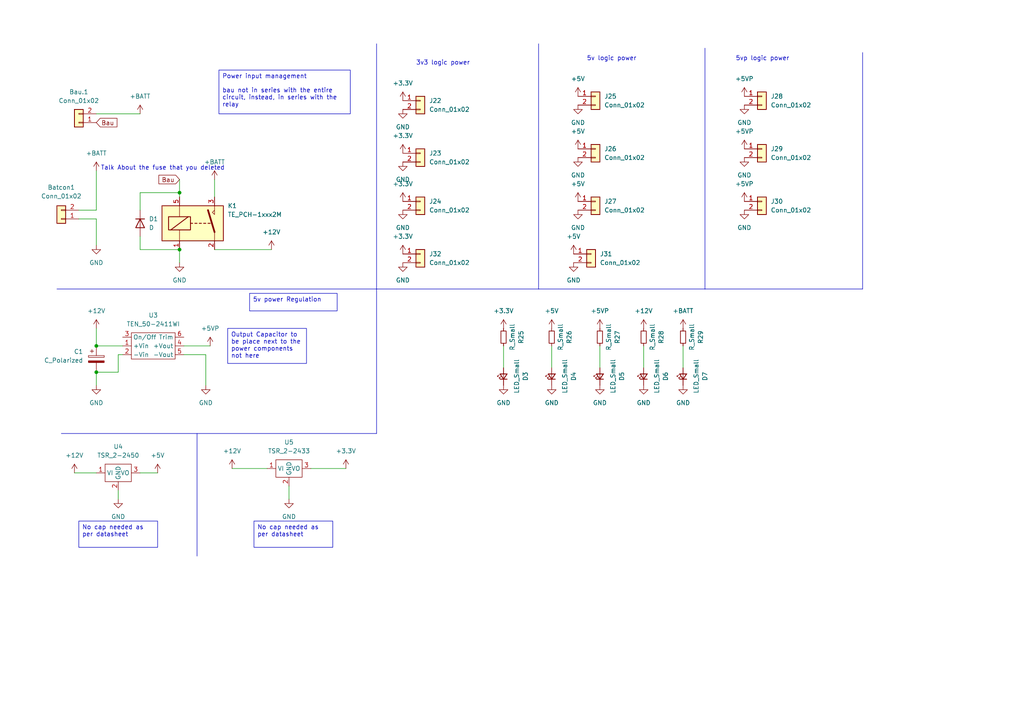
<source format=kicad_sch>
(kicad_sch (version 20230121) (generator eeschema)

  (uuid 3486b2f7-e514-4ac1-aff4-d3091310aa9c)

  (paper "A4")

  (lib_symbols
    (symbol "Connector_Generic:Conn_01x02" (pin_names (offset 1.016) hide) (in_bom yes) (on_board yes)
      (property "Reference" "J" (at 0 2.54 0)
        (effects (font (size 1.27 1.27)))
      )
      (property "Value" "Conn_01x02" (at 0 -5.08 0)
        (effects (font (size 1.27 1.27)))
      )
      (property "Footprint" "" (at 0 0 0)
        (effects (font (size 1.27 1.27)) hide)
      )
      (property "Datasheet" "~" (at 0 0 0)
        (effects (font (size 1.27 1.27)) hide)
      )
      (property "ki_keywords" "connector" (at 0 0 0)
        (effects (font (size 1.27 1.27)) hide)
      )
      (property "ki_description" "Generic connector, single row, 01x02, script generated (kicad-library-utils/schlib/autogen/connector/)" (at 0 0 0)
        (effects (font (size 1.27 1.27)) hide)
      )
      (property "ki_fp_filters" "Connector*:*_1x??_*" (at 0 0 0)
        (effects (font (size 1.27 1.27)) hide)
      )
      (symbol "Conn_01x02_1_1"
        (rectangle (start -1.27 -2.413) (end 0 -2.667)
          (stroke (width 0.1524) (type default))
          (fill (type none))
        )
        (rectangle (start -1.27 0.127) (end 0 -0.127)
          (stroke (width 0.1524) (type default))
          (fill (type none))
        )
        (rectangle (start -1.27 1.27) (end 1.27 -3.81)
          (stroke (width 0.254) (type default))
          (fill (type background))
        )
        (pin passive line (at -5.08 0 0) (length 3.81)
          (name "Pin_1" (effects (font (size 1.27 1.27))))
          (number "1" (effects (font (size 1.27 1.27))))
        )
        (pin passive line (at -5.08 -2.54 0) (length 3.81)
          (name "Pin_2" (effects (font (size 1.27 1.27))))
          (number "2" (effects (font (size 1.27 1.27))))
        )
      )
    )
    (symbol "Device:C_Polarized" (pin_numbers hide) (pin_names (offset 0.254)) (in_bom yes) (on_board yes)
      (property "Reference" "C" (at 0.635 2.54 0)
        (effects (font (size 1.27 1.27)) (justify left))
      )
      (property "Value" "C_Polarized" (at 0.635 -2.54 0)
        (effects (font (size 1.27 1.27)) (justify left))
      )
      (property "Footprint" "" (at 0.9652 -3.81 0)
        (effects (font (size 1.27 1.27)) hide)
      )
      (property "Datasheet" "~" (at 0 0 0)
        (effects (font (size 1.27 1.27)) hide)
      )
      (property "ki_keywords" "cap capacitor" (at 0 0 0)
        (effects (font (size 1.27 1.27)) hide)
      )
      (property "ki_description" "Polarized capacitor" (at 0 0 0)
        (effects (font (size 1.27 1.27)) hide)
      )
      (property "ki_fp_filters" "CP_*" (at 0 0 0)
        (effects (font (size 1.27 1.27)) hide)
      )
      (symbol "C_Polarized_0_1"
        (rectangle (start -2.286 0.508) (end 2.286 1.016)
          (stroke (width 0) (type default))
          (fill (type none))
        )
        (polyline
          (pts
            (xy -1.778 2.286)
            (xy -0.762 2.286)
          )
          (stroke (width 0) (type default))
          (fill (type none))
        )
        (polyline
          (pts
            (xy -1.27 2.794)
            (xy -1.27 1.778)
          )
          (stroke (width 0) (type default))
          (fill (type none))
        )
        (rectangle (start 2.286 -0.508) (end -2.286 -1.016)
          (stroke (width 0) (type default))
          (fill (type outline))
        )
      )
      (symbol "C_Polarized_1_1"
        (pin passive line (at 0 3.81 270) (length 2.794)
          (name "~" (effects (font (size 1.27 1.27))))
          (number "1" (effects (font (size 1.27 1.27))))
        )
        (pin passive line (at 0 -3.81 90) (length 2.794)
          (name "~" (effects (font (size 1.27 1.27))))
          (number "2" (effects (font (size 1.27 1.27))))
        )
      )
    )
    (symbol "Device:D" (pin_numbers hide) (pin_names (offset 1.016) hide) (in_bom yes) (on_board yes)
      (property "Reference" "D" (at 0 2.54 0)
        (effects (font (size 1.27 1.27)))
      )
      (property "Value" "D" (at 0 -2.54 0)
        (effects (font (size 1.27 1.27)))
      )
      (property "Footprint" "" (at 0 0 0)
        (effects (font (size 1.27 1.27)) hide)
      )
      (property "Datasheet" "~" (at 0 0 0)
        (effects (font (size 1.27 1.27)) hide)
      )
      (property "Sim.Device" "D" (at 0 0 0)
        (effects (font (size 1.27 1.27)) hide)
      )
      (property "Sim.Pins" "1=K 2=A" (at 0 0 0)
        (effects (font (size 1.27 1.27)) hide)
      )
      (property "ki_keywords" "diode" (at 0 0 0)
        (effects (font (size 1.27 1.27)) hide)
      )
      (property "ki_description" "Diode" (at 0 0 0)
        (effects (font (size 1.27 1.27)) hide)
      )
      (property "ki_fp_filters" "TO-???* *_Diode_* *SingleDiode* D_*" (at 0 0 0)
        (effects (font (size 1.27 1.27)) hide)
      )
      (symbol "D_0_1"
        (polyline
          (pts
            (xy -1.27 1.27)
            (xy -1.27 -1.27)
          )
          (stroke (width 0.254) (type default))
          (fill (type none))
        )
        (polyline
          (pts
            (xy 1.27 0)
            (xy -1.27 0)
          )
          (stroke (width 0) (type default))
          (fill (type none))
        )
        (polyline
          (pts
            (xy 1.27 1.27)
            (xy 1.27 -1.27)
            (xy -1.27 0)
            (xy 1.27 1.27)
          )
          (stroke (width 0.254) (type default))
          (fill (type none))
        )
      )
      (symbol "D_1_1"
        (pin passive line (at -3.81 0 0) (length 2.54)
          (name "K" (effects (font (size 1.27 1.27))))
          (number "1" (effects (font (size 1.27 1.27))))
        )
        (pin passive line (at 3.81 0 180) (length 2.54)
          (name "A" (effects (font (size 1.27 1.27))))
          (number "2" (effects (font (size 1.27 1.27))))
        )
      )
    )
    (symbol "Device:LED_Small" (pin_numbers hide) (pin_names (offset 0.254) hide) (in_bom yes) (on_board yes)
      (property "Reference" "D" (at -1.27 3.175 0)
        (effects (font (size 1.27 1.27)) (justify left))
      )
      (property "Value" "LED_Small" (at -4.445 -2.54 0)
        (effects (font (size 1.27 1.27)) (justify left))
      )
      (property "Footprint" "" (at 0 0 90)
        (effects (font (size 1.27 1.27)) hide)
      )
      (property "Datasheet" "~" (at 0 0 90)
        (effects (font (size 1.27 1.27)) hide)
      )
      (property "ki_keywords" "LED diode light-emitting-diode" (at 0 0 0)
        (effects (font (size 1.27 1.27)) hide)
      )
      (property "ki_description" "Light emitting diode, small symbol" (at 0 0 0)
        (effects (font (size 1.27 1.27)) hide)
      )
      (property "ki_fp_filters" "LED* LED_SMD:* LED_THT:*" (at 0 0 0)
        (effects (font (size 1.27 1.27)) hide)
      )
      (symbol "LED_Small_0_1"
        (polyline
          (pts
            (xy -0.762 -1.016)
            (xy -0.762 1.016)
          )
          (stroke (width 0.254) (type default))
          (fill (type none))
        )
        (polyline
          (pts
            (xy 1.016 0)
            (xy -0.762 0)
          )
          (stroke (width 0) (type default))
          (fill (type none))
        )
        (polyline
          (pts
            (xy 0.762 -1.016)
            (xy -0.762 0)
            (xy 0.762 1.016)
            (xy 0.762 -1.016)
          )
          (stroke (width 0.254) (type default))
          (fill (type none))
        )
        (polyline
          (pts
            (xy 0 0.762)
            (xy -0.508 1.27)
            (xy -0.254 1.27)
            (xy -0.508 1.27)
            (xy -0.508 1.016)
          )
          (stroke (width 0) (type default))
          (fill (type none))
        )
        (polyline
          (pts
            (xy 0.508 1.27)
            (xy 0 1.778)
            (xy 0.254 1.778)
            (xy 0 1.778)
            (xy 0 1.524)
          )
          (stroke (width 0) (type default))
          (fill (type none))
        )
      )
      (symbol "LED_Small_1_1"
        (pin passive line (at -2.54 0 0) (length 1.778)
          (name "K" (effects (font (size 1.27 1.27))))
          (number "1" (effects (font (size 1.27 1.27))))
        )
        (pin passive line (at 2.54 0 180) (length 1.778)
          (name "A" (effects (font (size 1.27 1.27))))
          (number "2" (effects (font (size 1.27 1.27))))
        )
      )
    )
    (symbol "Device:R_Small" (pin_numbers hide) (pin_names (offset 0.254) hide) (in_bom yes) (on_board yes)
      (property "Reference" "R" (at 0.762 0.508 0)
        (effects (font (size 1.27 1.27)) (justify left))
      )
      (property "Value" "R_Small" (at 0.762 -1.016 0)
        (effects (font (size 1.27 1.27)) (justify left))
      )
      (property "Footprint" "" (at 0 0 0)
        (effects (font (size 1.27 1.27)) hide)
      )
      (property "Datasheet" "~" (at 0 0 0)
        (effects (font (size 1.27 1.27)) hide)
      )
      (property "ki_keywords" "R resistor" (at 0 0 0)
        (effects (font (size 1.27 1.27)) hide)
      )
      (property "ki_description" "Resistor, small symbol" (at 0 0 0)
        (effects (font (size 1.27 1.27)) hide)
      )
      (property "ki_fp_filters" "R_*" (at 0 0 0)
        (effects (font (size 1.27 1.27)) hide)
      )
      (symbol "R_Small_0_1"
        (rectangle (start -0.762 1.778) (end 0.762 -1.778)
          (stroke (width 0.2032) (type default))
          (fill (type none))
        )
      )
      (symbol "R_Small_1_1"
        (pin passive line (at 0 2.54 270) (length 0.762)
          (name "~" (effects (font (size 1.27 1.27))))
          (number "1" (effects (font (size 1.27 1.27))))
        )
        (pin passive line (at 0 -2.54 90) (length 0.762)
          (name "~" (effects (font (size 1.27 1.27))))
          (number "2" (effects (font (size 1.27 1.27))))
        )
      )
    )
    (symbol "Relay:TE_PCH-1xxx2M" (in_bom yes) (on_board yes)
      (property "Reference" "K" (at 8.89 3.81 0)
        (effects (font (size 1.27 1.27)) (justify left))
      )
      (property "Value" "TE_PCH-1xxx2M" (at 8.89 1.27 0)
        (effects (font (size 1.27 1.27)) (justify left))
      )
      (property "Footprint" "Relay_THT:Relay_SPST_TE_PCH-1xxx2M" (at 8.89 -1.27 0)
        (effects (font (size 1.27 1.27)) (justify left) hide)
      )
      (property "Datasheet" "http://www.te.com/commerce/DocumentDelivery/DDEController?Action=showdoc&DocId=Data+Sheet%7FPCH_series_relay_data_sheet_E%7F1215%7Fpdf%7FEnglish%7FENG_DS_PCH_series_relay_data_sheet_E_1215.pdf%7F9-1440003-0" (at 0 0 0)
        (effects (font (size 1.27 1.27)) hide)
      )
      (property "ki_keywords" "Miniature Single Pole Relay" (at 0 0 0)
        (effects (font (size 1.27 1.27)) hide)
      )
      (property "ki_description" "TE PCH relay, Miniature Single Pole, SPST-NO" (at 0 0 0)
        (effects (font (size 1.27 1.27)) hide)
      )
      (property "ki_fp_filters" "Relay*SPST*TE*PCH*1***2M*" (at 0 0 0)
        (effects (font (size 1.27 1.27)) hide)
      )
      (symbol "TE_PCH-1xxx2M_0_0"
        (polyline
          (pts
            (xy 5.08 5.08)
            (xy 5.08 2.54)
            (xy 4.445 3.175)
            (xy 5.08 3.81)
          )
          (stroke (width 0) (type default))
          (fill (type none))
        )
      )
      (symbol "TE_PCH-1xxx2M_0_1"
        (rectangle (start -10.16 5.08) (end 7.62 -5.08)
          (stroke (width 0.254) (type default))
          (fill (type background))
        )
        (rectangle (start -8.255 1.905) (end -1.905 -1.905)
          (stroke (width 0.254) (type default))
          (fill (type none))
        )
        (polyline
          (pts
            (xy -7.62 -1.905)
            (xy -2.54 1.905)
          )
          (stroke (width 0.254) (type default))
          (fill (type none))
        )
        (polyline
          (pts
            (xy -5.08 -5.08)
            (xy -5.08 -1.905)
          )
          (stroke (width 0) (type default))
          (fill (type none))
        )
        (polyline
          (pts
            (xy -5.08 5.08)
            (xy -5.08 1.905)
          )
          (stroke (width 0) (type default))
          (fill (type none))
        )
        (polyline
          (pts
            (xy -1.905 0)
            (xy -1.27 0)
          )
          (stroke (width 0.254) (type default))
          (fill (type none))
        )
        (polyline
          (pts
            (xy -0.635 0)
            (xy 0 0)
          )
          (stroke (width 0.254) (type default))
          (fill (type none))
        )
        (polyline
          (pts
            (xy 0.635 0)
            (xy 1.27 0)
          )
          (stroke (width 0.254) (type default))
          (fill (type none))
        )
        (polyline
          (pts
            (xy 1.905 0)
            (xy 2.54 0)
          )
          (stroke (width 0.254) (type default))
          (fill (type none))
        )
        (polyline
          (pts
            (xy 3.175 0)
            (xy 3.81 0)
          )
          (stroke (width 0.254) (type default))
          (fill (type none))
        )
        (polyline
          (pts
            (xy 5.08 -2.54)
            (xy 3.175 3.81)
          )
          (stroke (width 0.508) (type default))
          (fill (type none))
        )
        (polyline
          (pts
            (xy 5.08 -2.54)
            (xy 5.08 -5.08)
          )
          (stroke (width 0) (type default))
          (fill (type none))
        )
      )
      (symbol "TE_PCH-1xxx2M_1_1"
        (pin passive line (at -5.08 -7.62 90) (length 2.54)
          (name "~" (effects (font (size 1.27 1.27))))
          (number "1" (effects (font (size 1.27 1.27))))
        )
        (pin passive line (at 5.08 -7.62 90) (length 2.54)
          (name "~" (effects (font (size 1.27 1.27))))
          (number "2" (effects (font (size 1.27 1.27))))
        )
        (pin passive line (at 5.08 7.62 270) (length 2.54)
          (name "~" (effects (font (size 1.27 1.27))))
          (number "3" (effects (font (size 1.27 1.27))))
        )
        (pin passive line (at -5.08 7.62 270) (length 2.54)
          (name "~" (effects (font (size 1.27 1.27))))
          (number "5" (effects (font (size 1.27 1.27))))
        )
      )
    )
    (symbol "Traco:TEN_50-2411WI" (in_bom yes) (on_board yes)
      (property "Reference" "U" (at 0 5.08 0)
        (effects (font (size 1.27 1.27)))
      )
      (property "Value" "TEN_50-2411WI" (at 0 -5.08 0)
        (effects (font (size 1.27 1.27)))
      )
      (property "Footprint" "" (at 0 0 0)
        (effects (font (size 1.27 1.27)) hide)
      )
      (property "Datasheet" "" (at 0 0 0)
        (effects (font (size 1.27 1.27)) hide)
      )
      (symbol "TEN_50-2411WI_0_1"
        (rectangle (start -6.35 3.81) (end 6.35 -3.81)
          (stroke (width 0) (type default))
          (fill (type none))
        )
      )
      (symbol "TEN_50-2411WI_1_1"
        (pin free line (at -8.89 0 0) (length 2.54)
          (name "+Vin" (effects (font (size 1.27 1.27))))
          (number "1" (effects (font (size 1.27 1.27))))
        )
        (pin free line (at -8.89 -2.54 0) (length 2.54)
          (name "-Vin" (effects (font (size 1.27 1.27))))
          (number "2" (effects (font (size 1.27 1.27))))
        )
        (pin free line (at -8.89 2.54 0) (length 2.54)
          (name "On/Off" (effects (font (size 1.27 1.27))))
          (number "3" (effects (font (size 1.27 1.27))))
        )
        (pin free line (at 8.89 0 180) (length 2.54)
          (name "+Vout" (effects (font (size 1.27 1.27))))
          (number "4" (effects (font (size 1.27 1.27))))
        )
        (pin free line (at 8.89 -2.54 180) (length 2.54)
          (name "-Vout" (effects (font (size 1.27 1.27))))
          (number "5" (effects (font (size 1.27 1.27))))
        )
        (pin free line (at 8.89 2.54 180) (length 2.54)
          (name "Trim" (effects (font (size 1.27 1.27))))
          (number "6" (effects (font (size 1.27 1.27))))
        )
      )
    )
    (symbol "Traco:TSR_2-2433" (in_bom yes) (on_board yes)
      (property "Reference" "U" (at 0 5.08 0)
        (effects (font (size 1.27 1.27)))
      )
      (property "Value" "TSR_2-2433" (at 0 3.81 0)
        (effects (font (size 1.27 1.27)))
      )
      (property "Footprint" "" (at 0 3.81 0)
        (effects (font (size 1.27 1.27)) hide)
      )
      (property "Datasheet" "" (at 0 3.81 0)
        (effects (font (size 1.27 1.27)) hide)
      )
      (symbol "TSR_2-2433_0_1"
        (rectangle (start -3.81 2.54) (end 3.81 -2.54)
          (stroke (width 0) (type default))
          (fill (type none))
        )
      )
      (symbol "TSR_2-2433_1_1"
        (pin free line (at -6.35 0 0) (length 2.54)
          (name "VI" (effects (font (size 1.27 1.27))))
          (number "1" (effects (font (size 1.27 1.27))))
        )
        (pin free line (at 0 -5.08 90) (length 2.54)
          (name "GND" (effects (font (size 1.27 1.27))))
          (number "2" (effects (font (size 1.27 1.27))))
        )
        (pin free line (at 6.35 0 180) (length 2.54)
          (name "VO" (effects (font (size 1.27 1.27))))
          (number "3" (effects (font (size 1.27 1.27))))
        )
      )
    )
    (symbol "Traco:TSR_2-2450" (in_bom yes) (on_board yes)
      (property "Reference" "U" (at 0 5.08 0)
        (effects (font (size 1.27 1.27)))
      )
      (property "Value" "TSR_2-2450" (at 0 3.81 0)
        (effects (font (size 1.27 1.27)))
      )
      (property "Footprint" "" (at 0 3.81 0)
        (effects (font (size 1.27 1.27)) hide)
      )
      (property "Datasheet" "" (at 0 3.81 0)
        (effects (font (size 1.27 1.27)) hide)
      )
      (symbol "TSR_2-2450_0_1"
        (rectangle (start -3.81 2.54) (end 3.81 -2.54)
          (stroke (width 0) (type default))
          (fill (type none))
        )
      )
      (symbol "TSR_2-2450_1_1"
        (pin free line (at -6.35 0 0) (length 2.54)
          (name "VI" (effects (font (size 1.27 1.27))))
          (number "1" (effects (font (size 1.27 1.27))))
        )
        (pin free line (at 0 -5.08 90) (length 2.54)
          (name "GND" (effects (font (size 1.27 1.27))))
          (number "2" (effects (font (size 1.27 1.27))))
        )
        (pin free line (at 6.35 0 180) (length 2.54)
          (name "VO" (effects (font (size 1.27 1.27))))
          (number "3" (effects (font (size 1.27 1.27))))
        )
      )
    )
    (symbol "power:+12V" (power) (pin_names (offset 0)) (in_bom yes) (on_board yes)
      (property "Reference" "#PWR" (at 0 -3.81 0)
        (effects (font (size 1.27 1.27)) hide)
      )
      (property "Value" "+12V" (at 0 3.556 0)
        (effects (font (size 1.27 1.27)))
      )
      (property "Footprint" "" (at 0 0 0)
        (effects (font (size 1.27 1.27)) hide)
      )
      (property "Datasheet" "" (at 0 0 0)
        (effects (font (size 1.27 1.27)) hide)
      )
      (property "ki_keywords" "global power" (at 0 0 0)
        (effects (font (size 1.27 1.27)) hide)
      )
      (property "ki_description" "Power symbol creates a global label with name \"+12V\"" (at 0 0 0)
        (effects (font (size 1.27 1.27)) hide)
      )
      (symbol "+12V_0_1"
        (polyline
          (pts
            (xy -0.762 1.27)
            (xy 0 2.54)
          )
          (stroke (width 0) (type default))
          (fill (type none))
        )
        (polyline
          (pts
            (xy 0 0)
            (xy 0 2.54)
          )
          (stroke (width 0) (type default))
          (fill (type none))
        )
        (polyline
          (pts
            (xy 0 2.54)
            (xy 0.762 1.27)
          )
          (stroke (width 0) (type default))
          (fill (type none))
        )
      )
      (symbol "+12V_1_1"
        (pin power_in line (at 0 0 90) (length 0) hide
          (name "+12V" (effects (font (size 1.27 1.27))))
          (number "1" (effects (font (size 1.27 1.27))))
        )
      )
    )
    (symbol "power:+3.3V" (power) (pin_names (offset 0)) (in_bom yes) (on_board yes)
      (property "Reference" "#PWR" (at 0 -3.81 0)
        (effects (font (size 1.27 1.27)) hide)
      )
      (property "Value" "+3.3V" (at 0 3.556 0)
        (effects (font (size 1.27 1.27)))
      )
      (property "Footprint" "" (at 0 0 0)
        (effects (font (size 1.27 1.27)) hide)
      )
      (property "Datasheet" "" (at 0 0 0)
        (effects (font (size 1.27 1.27)) hide)
      )
      (property "ki_keywords" "global power" (at 0 0 0)
        (effects (font (size 1.27 1.27)) hide)
      )
      (property "ki_description" "Power symbol creates a global label with name \"+3.3V\"" (at 0 0 0)
        (effects (font (size 1.27 1.27)) hide)
      )
      (symbol "+3.3V_0_1"
        (polyline
          (pts
            (xy -0.762 1.27)
            (xy 0 2.54)
          )
          (stroke (width 0) (type default))
          (fill (type none))
        )
        (polyline
          (pts
            (xy 0 0)
            (xy 0 2.54)
          )
          (stroke (width 0) (type default))
          (fill (type none))
        )
        (polyline
          (pts
            (xy 0 2.54)
            (xy 0.762 1.27)
          )
          (stroke (width 0) (type default))
          (fill (type none))
        )
      )
      (symbol "+3.3V_1_1"
        (pin power_in line (at 0 0 90) (length 0) hide
          (name "+3.3V" (effects (font (size 1.27 1.27))))
          (number "1" (effects (font (size 1.27 1.27))))
        )
      )
    )
    (symbol "power:+5V" (power) (pin_names (offset 0)) (in_bom yes) (on_board yes)
      (property "Reference" "#PWR" (at 0 -3.81 0)
        (effects (font (size 1.27 1.27)) hide)
      )
      (property "Value" "+5V" (at 0 3.556 0)
        (effects (font (size 1.27 1.27)))
      )
      (property "Footprint" "" (at 0 0 0)
        (effects (font (size 1.27 1.27)) hide)
      )
      (property "Datasheet" "" (at 0 0 0)
        (effects (font (size 1.27 1.27)) hide)
      )
      (property "ki_keywords" "global power" (at 0 0 0)
        (effects (font (size 1.27 1.27)) hide)
      )
      (property "ki_description" "Power symbol creates a global label with name \"+5V\"" (at 0 0 0)
        (effects (font (size 1.27 1.27)) hide)
      )
      (symbol "+5V_0_1"
        (polyline
          (pts
            (xy -0.762 1.27)
            (xy 0 2.54)
          )
          (stroke (width 0) (type default))
          (fill (type none))
        )
        (polyline
          (pts
            (xy 0 0)
            (xy 0 2.54)
          )
          (stroke (width 0) (type default))
          (fill (type none))
        )
        (polyline
          (pts
            (xy 0 2.54)
            (xy 0.762 1.27)
          )
          (stroke (width 0) (type default))
          (fill (type none))
        )
      )
      (symbol "+5V_1_1"
        (pin power_in line (at 0 0 90) (length 0) hide
          (name "+5V" (effects (font (size 1.27 1.27))))
          (number "1" (effects (font (size 1.27 1.27))))
        )
      )
    )
    (symbol "power:+5VP" (power) (pin_names (offset 0)) (in_bom yes) (on_board yes)
      (property "Reference" "#PWR" (at 0 -3.81 0)
        (effects (font (size 1.27 1.27)) hide)
      )
      (property "Value" "+5VP" (at 0 3.556 0)
        (effects (font (size 1.27 1.27)))
      )
      (property "Footprint" "" (at 0 0 0)
        (effects (font (size 1.27 1.27)) hide)
      )
      (property "Datasheet" "" (at 0 0 0)
        (effects (font (size 1.27 1.27)) hide)
      )
      (property "ki_keywords" "global power" (at 0 0 0)
        (effects (font (size 1.27 1.27)) hide)
      )
      (property "ki_description" "Power symbol creates a global label with name \"+5VP\"" (at 0 0 0)
        (effects (font (size 1.27 1.27)) hide)
      )
      (symbol "+5VP_0_1"
        (polyline
          (pts
            (xy -0.762 1.27)
            (xy 0 2.54)
          )
          (stroke (width 0) (type default))
          (fill (type none))
        )
        (polyline
          (pts
            (xy 0 0)
            (xy 0 2.54)
          )
          (stroke (width 0) (type default))
          (fill (type none))
        )
        (polyline
          (pts
            (xy 0 2.54)
            (xy 0.762 1.27)
          )
          (stroke (width 0) (type default))
          (fill (type none))
        )
      )
      (symbol "+5VP_1_1"
        (pin power_in line (at 0 0 90) (length 0) hide
          (name "+5VP" (effects (font (size 1.27 1.27))))
          (number "1" (effects (font (size 1.27 1.27))))
        )
      )
    )
    (symbol "power:+BATT" (power) (pin_names (offset 0)) (in_bom yes) (on_board yes)
      (property "Reference" "#PWR" (at 0 -3.81 0)
        (effects (font (size 1.27 1.27)) hide)
      )
      (property "Value" "+BATT" (at 0 3.556 0)
        (effects (font (size 1.27 1.27)))
      )
      (property "Footprint" "" (at 0 0 0)
        (effects (font (size 1.27 1.27)) hide)
      )
      (property "Datasheet" "" (at 0 0 0)
        (effects (font (size 1.27 1.27)) hide)
      )
      (property "ki_keywords" "global power battery" (at 0 0 0)
        (effects (font (size 1.27 1.27)) hide)
      )
      (property "ki_description" "Power symbol creates a global label with name \"+BATT\"" (at 0 0 0)
        (effects (font (size 1.27 1.27)) hide)
      )
      (symbol "+BATT_0_1"
        (polyline
          (pts
            (xy -0.762 1.27)
            (xy 0 2.54)
          )
          (stroke (width 0) (type default))
          (fill (type none))
        )
        (polyline
          (pts
            (xy 0 0)
            (xy 0 2.54)
          )
          (stroke (width 0) (type default))
          (fill (type none))
        )
        (polyline
          (pts
            (xy 0 2.54)
            (xy 0.762 1.27)
          )
          (stroke (width 0) (type default))
          (fill (type none))
        )
      )
      (symbol "+BATT_1_1"
        (pin power_in line (at 0 0 90) (length 0) hide
          (name "+BATT" (effects (font (size 1.27 1.27))))
          (number "1" (effects (font (size 1.27 1.27))))
        )
      )
    )
    (symbol "power:GND" (power) (pin_names (offset 0)) (in_bom yes) (on_board yes)
      (property "Reference" "#PWR" (at 0 -6.35 0)
        (effects (font (size 1.27 1.27)) hide)
      )
      (property "Value" "GND" (at 0 -3.81 0)
        (effects (font (size 1.27 1.27)))
      )
      (property "Footprint" "" (at 0 0 0)
        (effects (font (size 1.27 1.27)) hide)
      )
      (property "Datasheet" "" (at 0 0 0)
        (effects (font (size 1.27 1.27)) hide)
      )
      (property "ki_keywords" "global power" (at 0 0 0)
        (effects (font (size 1.27 1.27)) hide)
      )
      (property "ki_description" "Power symbol creates a global label with name \"GND\" , ground" (at 0 0 0)
        (effects (font (size 1.27 1.27)) hide)
      )
      (symbol "GND_0_1"
        (polyline
          (pts
            (xy 0 0)
            (xy 0 -1.27)
            (xy 1.27 -1.27)
            (xy 0 -2.54)
            (xy -1.27 -1.27)
            (xy 0 -1.27)
          )
          (stroke (width 0) (type default))
          (fill (type none))
        )
      )
      (symbol "GND_1_1"
        (pin power_in line (at 0 0 270) (length 0) hide
          (name "GND" (effects (font (size 1.27 1.27))))
          (number "1" (effects (font (size 1.27 1.27))))
        )
      )
    )
  )

  (junction (at 27.94 100.33) (diameter 0) (color 0 0 0 0)
    (uuid 320e3e03-15f3-43e9-bb37-170237675312)
  )
  (junction (at 52.07 72.39) (diameter 0) (color 0 0 0 0)
    (uuid 5495ca38-3b55-4c3b-8dae-0c827ff4d58d)
  )
  (junction (at 52.07 55.88) (diameter 0) (color 0 0 0 0)
    (uuid 6ba070d2-44f0-4a26-9233-33a358b3e78e)
  )
  (junction (at 27.94 107.95) (diameter 0) (color 0 0 0 0)
    (uuid f66649f5-d7a5-47af-9870-028e7851d68b)
  )

  (wire (pts (xy 198.12 106.68) (xy 198.12 100.33))
    (stroke (width 0) (type default))
    (uuid 01ea44a9-b525-4124-b723-62714915d1c7)
  )
  (wire (pts (xy 186.69 106.68) (xy 186.69 100.33))
    (stroke (width 0) (type default))
    (uuid 075ee94c-272b-4630-8f63-1223f66f9794)
  )
  (wire (pts (xy 52.07 55.88) (xy 52.07 57.15))
    (stroke (width 0) (type default))
    (uuid 0faa2b10-aec7-4ce8-a235-723a330ac36b)
  )
  (wire (pts (xy 52.07 52.07) (xy 52.07 55.88))
    (stroke (width 0) (type default))
    (uuid 10229121-1217-4d3e-a084-f2f4bd306eee)
  )
  (wire (pts (xy 59.69 111.76) (xy 59.69 102.87))
    (stroke (width 0) (type default))
    (uuid 11c32d16-eb4a-4b1b-89d9-d53addaa8782)
  )
  (wire (pts (xy 62.23 52.07) (xy 62.23 57.15))
    (stroke (width 0) (type default))
    (uuid 174e539b-4bd5-4b0b-9958-0a86a8f1bce2)
  )
  (wire (pts (xy 27.94 49.53) (xy 27.94 60.96))
    (stroke (width 0) (type default))
    (uuid 1b13ca59-760d-46ce-8afd-54fe08553240)
  )
  (wire (pts (xy 160.02 106.68) (xy 160.02 100.33))
    (stroke (width 0) (type default))
    (uuid 25eb327e-3e40-48b7-961d-14b59f909749)
  )
  (polyline (pts (xy 17.78 125.73) (xy 109.22 125.73))
    (stroke (width 0) (type default))
    (uuid 2d2f26c9-0725-4d18-bc46-42c863022663)
  )

  (wire (pts (xy 40.64 72.39) (xy 52.07 72.39))
    (stroke (width 0) (type default))
    (uuid 2e179a34-b2b2-4add-ae5d-81197064e3f6)
  )
  (polyline (pts (xy 204.47 13.97) (xy 204.47 83.82))
    (stroke (width 0) (type default))
    (uuid 30085177-6939-4a6f-95ab-29a22e7b3976)
  )

  (wire (pts (xy 40.64 55.88) (xy 52.07 55.88))
    (stroke (width 0) (type default))
    (uuid 3c34f684-e67e-4eb4-a060-f21dca5ea6c4)
  )
  (wire (pts (xy 27.94 71.12) (xy 27.94 63.5))
    (stroke (width 0) (type default))
    (uuid 3c7ac25d-177e-4132-a311-42aa703e7601)
  )
  (polyline (pts (xy 204.47 83.82) (xy 250.19 83.82))
    (stroke (width 0) (type default))
    (uuid 4038ad8d-05bc-46da-827a-2e82ae8165bc)
  )

  (wire (pts (xy 40.64 55.88) (xy 40.64 60.96))
    (stroke (width 0) (type default))
    (uuid 43b87564-77eb-4cfe-be17-b7b100623037)
  )
  (polyline (pts (xy 57.15 125.73) (xy 57.15 161.29))
    (stroke (width 0) (type default))
    (uuid 47b6d91c-055f-4c30-ae86-340d42f99651)
  )
  (polyline (pts (xy 16.51 83.82) (xy 109.22 83.82))
    (stroke (width 0) (type default))
    (uuid 48d9e3f5-8086-4271-8909-16bc386cf9fa)
  )

  (wire (pts (xy 52.07 76.2) (xy 52.07 72.39))
    (stroke (width 0) (type default))
    (uuid 533ce9f1-6919-44a1-af5e-d00e44ebb493)
  )
  (polyline (pts (xy 109.22 125.73) (xy 109.22 83.82))
    (stroke (width 0) (type default))
    (uuid 56faa0e2-62d1-4b03-84b8-8ccac5f3b283)
  )

  (wire (pts (xy 146.05 106.68) (xy 146.05 100.33))
    (stroke (width 0) (type default))
    (uuid 5ba5b54f-b139-4a4c-b570-a4943552e881)
  )
  (wire (pts (xy 27.94 95.25) (xy 27.94 100.33))
    (stroke (width 0) (type default))
    (uuid 73577600-e51f-4856-8a6a-c5391d677352)
  )
  (polyline (pts (xy 109.22 12.7) (xy 109.22 83.82))
    (stroke (width 0) (type default))
    (uuid 7abe896e-1ba3-4d4b-bd52-380949dda0ce)
  )
  (polyline (pts (xy 156.21 12.7) (xy 156.21 83.82))
    (stroke (width 0) (type default))
    (uuid 8b3806e2-89e7-47c1-a0bd-3c6977dcc980)
  )

  (wire (pts (xy 60.96 100.33) (xy 53.34 100.33))
    (stroke (width 0) (type default))
    (uuid 94efd3fc-70e9-4f09-999d-a91a1780f307)
  )
  (polyline (pts (xy 250.19 15.24) (xy 250.19 83.82))
    (stroke (width 0) (type default))
    (uuid 9584d408-6346-4586-9d7c-78ca623308b7)
  )

  (wire (pts (xy 83.82 144.78) (xy 83.82 140.97))
    (stroke (width 0) (type default))
    (uuid 985136d5-6035-4c16-acb3-4b294c2bd036)
  )
  (wire (pts (xy 67.31 135.89) (xy 77.47 135.89))
    (stroke (width 0) (type default))
    (uuid 98892acb-8acd-4e53-a3d6-1b0b294dadc8)
  )
  (wire (pts (xy 27.94 100.33) (xy 35.56 100.33))
    (stroke (width 0) (type default))
    (uuid 9dd6ce2c-0297-470e-857d-338ed0484989)
  )
  (wire (pts (xy 59.69 102.87) (xy 53.34 102.87))
    (stroke (width 0) (type default))
    (uuid a05360e6-6a89-4d68-a731-c30d69ef22f9)
  )
  (wire (pts (xy 100.33 135.89) (xy 90.17 135.89))
    (stroke (width 0) (type default))
    (uuid a08dd3cc-eb4c-402f-9af7-0bc980d7858f)
  )
  (wire (pts (xy 34.29 102.87) (xy 35.56 102.87))
    (stroke (width 0) (type default))
    (uuid a760eee6-1f74-4c93-915c-1252d1dfa17a)
  )
  (wire (pts (xy 40.64 33.02) (xy 27.94 33.02))
    (stroke (width 0) (type default))
    (uuid a8c8811e-83d1-43ca-a52e-0961fbe1f475)
  )
  (wire (pts (xy 27.94 111.76) (xy 27.94 107.95))
    (stroke (width 0) (type default))
    (uuid ab1dae8f-8872-49f5-9d3f-a4af01a6bdd1)
  )
  (wire (pts (xy 78.74 72.39) (xy 62.23 72.39))
    (stroke (width 0) (type default))
    (uuid b1302453-0686-4f69-a763-ef6d7fe62264)
  )
  (wire (pts (xy 21.59 137.16) (xy 27.94 137.16))
    (stroke (width 0) (type default))
    (uuid b98dce8d-ca1a-4aa1-9594-d708d9271a22)
  )
  (polyline (pts (xy 109.22 83.82) (xy 156.21 83.82))
    (stroke (width 0) (type default))
    (uuid bf5345fe-c3f5-47d9-8870-3305a5d2a0b1)
  )

  (wire (pts (xy 173.99 106.68) (xy 173.99 100.33))
    (stroke (width 0) (type default))
    (uuid c7a9da95-fda2-4398-8011-bb62064ac6f3)
  )
  (wire (pts (xy 40.64 68.58) (xy 40.64 72.39))
    (stroke (width 0) (type default))
    (uuid e5c01218-6e1e-4657-8862-576d827f46f6)
  )
  (polyline (pts (xy 156.21 83.82) (xy 204.47 83.82))
    (stroke (width 0) (type default))
    (uuid f1ef07c2-b938-4259-bdac-b18b1073c041)
  )

  (wire (pts (xy 22.86 60.96) (xy 27.94 60.96))
    (stroke (width 0) (type default))
    (uuid f35d1946-289a-4625-a879-7b8802de111b)
  )
  (wire (pts (xy 27.94 107.95) (xy 34.29 107.95))
    (stroke (width 0) (type default))
    (uuid f8b60c03-f41c-4572-a5bb-33fa6a6ea5fb)
  )
  (wire (pts (xy 34.29 144.78) (xy 34.29 142.24))
    (stroke (width 0) (type default))
    (uuid fb6c69c7-554d-4a8e-83e9-9062ff75c5b9)
  )
  (wire (pts (xy 27.94 63.5) (xy 22.86 63.5))
    (stroke (width 0) (type default))
    (uuid fdfeb6df-ea71-46ef-a73f-bbc72eefe307)
  )
  (wire (pts (xy 45.72 137.16) (xy 40.64 137.16))
    (stroke (width 0) (type default))
    (uuid ffda56ef-621b-43f7-9dcf-b1d68b7d8a10)
  )
  (wire (pts (xy 34.29 107.95) (xy 34.29 102.87))
    (stroke (width 0) (type default))
    (uuid ffef31d4-4069-4032-aa20-df521908c669)
  )

  (text_box "Output Capacitor to be place next to the power components not here"
    (at 66.04 95.25 0) (size 22.86 10.16)
    (stroke (width 0) (type default))
    (fill (type none))
    (effects (font (size 1.27 1.27)) (justify left top))
    (uuid 1f3049b4-b0dc-4710-bc59-53cd7fab3c25)
  )
  (text_box "5v power Regulation\n"
    (at 72.39 85.09 0) (size 25.4 5.08)
    (stroke (width 0) (type default))
    (fill (type none))
    (effects (font (size 1.27 1.27)) (justify left top))
    (uuid 2cb9ab89-e341-4a26-844a-fa9c5aac6021)
  )
  (text_box "No cap needed as per datasheet"
    (at 73.66 151.13 0) (size 22.86 7.62)
    (stroke (width 0) (type default))
    (fill (type none))
    (effects (font (size 1.27 1.27)) (justify left top))
    (uuid 2dab25c5-f048-45a3-93c0-e5082bc9ed66)
  )
  (text_box "No cap needed as per datasheet"
    (at 22.86 151.13 0) (size 22.86 7.62)
    (stroke (width 0) (type default))
    (fill (type none))
    (effects (font (size 1.27 1.27)) (justify left top))
    (uuid 70ae0a85-941e-41dd-9349-1c4e3c0c286c)
  )
  (text_box "Power input management\n\nbau not in series with the entire circuit, instead, in series with the relay"
    (at 63.5 20.32 0) (size 38.1 12.7)
    (stroke (width 0) (type default))
    (fill (type none))
    (effects (font (size 1.27 1.27)) (justify left top))
    (uuid a60d25b9-2672-4f98-824f-ef36b9ab6789)
  )

  (text "5vp logic power\n" (at 213.36 17.78 0)
    (effects (font (size 1.27 1.27)) (justify left bottom))
    (uuid 3548a5b4-c624-402a-8834-ef5996452447)
  )
  (text "Talk About the fuse that you deleted\n" (at 29.21 49.53 0)
    (effects (font (size 1.27 1.27)) (justify left bottom))
    (uuid 40e0babe-ae42-4639-83fa-b5f2b8086c2b)
  )
  (text "5v logic power\n" (at 170.18 17.78 0)
    (effects (font (size 1.27 1.27)) (justify left bottom))
    (uuid 6f1cdcb1-8ce3-49dd-b1f2-6143ba02dc58)
  )
  (text "3v3 logic power\n" (at 120.65 19.05 0)
    (effects (font (size 1.27 1.27)) (justify left bottom))
    (uuid 75ad6ff1-5a8a-48e5-80de-96b7b11e2f6e)
  )

  (global_label "Bau" (shape input) (at 27.94 35.56 0) (fields_autoplaced)
    (effects (font (size 1.27 1.27)) (justify left))
    (uuid 9ec178cb-9203-4cbc-ac51-27911f96ff1c)
    (property "Intersheetrefs" "${INTERSHEET_REFS}" (at 34.4932 35.56 0)
      (effects (font (size 1.27 1.27)) (justify left) hide)
    )
  )
  (global_label "Bau" (shape input) (at 52.07 52.07 180) (fields_autoplaced)
    (effects (font (size 1.27 1.27)) (justify right))
    (uuid b3667e8e-fb1d-4e23-9c87-64fbaf532895)
    (property "Intersheetrefs" "${INTERSHEET_REFS}" (at 45.5168 52.07 0)
      (effects (font (size 1.27 1.27)) (justify right) hide)
    )
  )

  (symbol (lib_id "Device:R_Small") (at 186.69 97.79 0) (unit 1)
    (in_bom yes) (on_board yes) (dnp no) (fields_autoplaced)
    (uuid 030564a2-f7c7-4933-b5dd-acd8ce20d1e4)
    (property "Reference" "R28" (at 191.77 97.79 90)
      (effects (font (size 1.27 1.27)))
    )
    (property "Value" "R_Small" (at 189.23 97.79 90)
      (effects (font (size 1.27 1.27)))
    )
    (property "Footprint" "LED_SMD:LED_1206_3216Metric_Pad1.42x1.75mm_HandSolder" (at 186.69 97.79 0)
      (effects (font (size 1.27 1.27)) hide)
    )
    (property "Datasheet" "~" (at 186.69 97.79 0)
      (effects (font (size 1.27 1.27)) hide)
    )
    (pin "2" (uuid ba295fea-be18-4a85-8f6b-9023e295eafb))
    (pin "1" (uuid 21833c3b-566a-40e9-862f-eff0d5eb3ff6))
    (instances
      (project "MainBoard V4"
        (path "/1ef59d5b-39eb-49f8-99b9-e861d13c2482/fb6ec5c9-59b4-4943-9b7c-86a0aa30c57d"
          (reference "R28") (unit 1)
        )
      )
    )
  )

  (symbol (lib_id "Device:LED_Small") (at 160.02 109.22 90) (unit 1)
    (in_bom yes) (on_board yes) (dnp no) (fields_autoplaced)
    (uuid 0756805a-7798-4b49-96e0-77ad1ba7cc98)
    (property "Reference" "D4" (at 166.37 109.1565 0)
      (effects (font (size 1.27 1.27)))
    )
    (property "Value" "LED_Small" (at 163.83 109.1565 0)
      (effects (font (size 1.27 1.27)))
    )
    (property "Footprint" "LED_SMD:LED_1206_3216Metric_Pad1.42x1.75mm_HandSolder" (at 160.02 109.22 90)
      (effects (font (size 1.27 1.27)) hide)
    )
    (property "Datasheet" "~" (at 160.02 109.22 90)
      (effects (font (size 1.27 1.27)) hide)
    )
    (pin "1" (uuid f6cfb9be-3335-4151-b6ae-a87bb65620f1))
    (pin "2" (uuid bbecd8ff-d487-46dc-8683-a2498f87dee0))
    (instances
      (project "MainBoard V4"
        (path "/1ef59d5b-39eb-49f8-99b9-e861d13c2482/fb6ec5c9-59b4-4943-9b7c-86a0aa30c57d"
          (reference "D4") (unit 1)
        )
      )
    )
  )

  (symbol (lib_id "Device:R_Small") (at 160.02 97.79 0) (unit 1)
    (in_bom yes) (on_board yes) (dnp no) (fields_autoplaced)
    (uuid 0f9d9e0d-87f6-4166-986d-a7e4f27b2364)
    (property "Reference" "R26" (at 165.1 97.79 90)
      (effects (font (size 1.27 1.27)))
    )
    (property "Value" "R_Small" (at 162.56 97.79 90)
      (effects (font (size 1.27 1.27)))
    )
    (property "Footprint" "LED_SMD:LED_1206_3216Metric_Pad1.42x1.75mm_HandSolder" (at 160.02 97.79 0)
      (effects (font (size 1.27 1.27)) hide)
    )
    (property "Datasheet" "~" (at 160.02 97.79 0)
      (effects (font (size 1.27 1.27)) hide)
    )
    (pin "2" (uuid 5fd387ee-1d8b-4559-a0b4-4a011483294a))
    (pin "1" (uuid d8587bdb-c7e6-4ca3-af96-5e215eed5385))
    (instances
      (project "MainBoard V4"
        (path "/1ef59d5b-39eb-49f8-99b9-e861d13c2482/fb6ec5c9-59b4-4943-9b7c-86a0aa30c57d"
          (reference "R26") (unit 1)
        )
      )
    )
  )

  (symbol (lib_id "power:GND") (at 173.99 111.76 0) (unit 1)
    (in_bom yes) (on_board yes) (dnp no) (fields_autoplaced)
    (uuid 110fde79-39f2-4aa8-8293-ff8dfcb71515)
    (property "Reference" "#PWR098" (at 173.99 118.11 0)
      (effects (font (size 1.27 1.27)) hide)
    )
    (property "Value" "GND" (at 173.99 116.84 0)
      (effects (font (size 1.27 1.27)))
    )
    (property "Footprint" "" (at 173.99 111.76 0)
      (effects (font (size 1.27 1.27)) hide)
    )
    (property "Datasheet" "" (at 173.99 111.76 0)
      (effects (font (size 1.27 1.27)) hide)
    )
    (pin "1" (uuid 9ff6fa3a-a4e3-40f4-a38c-d97f22236ed4))
    (instances
      (project "MainBoard V4"
        (path "/1ef59d5b-39eb-49f8-99b9-e861d13c2482/fb6ec5c9-59b4-4943-9b7c-86a0aa30c57d"
          (reference "#PWR098") (unit 1)
        )
      )
    )
  )

  (symbol (lib_id "Connector_Generic:Conn_01x02") (at 220.98 58.42 0) (unit 1)
    (in_bom yes) (on_board yes) (dnp no) (fields_autoplaced)
    (uuid 131e62f2-f36d-4dc4-9f9a-d6422ab2cd6c)
    (property "Reference" "J30" (at 223.52 58.42 0)
      (effects (font (size 1.27 1.27)) (justify left))
    )
    (property "Value" "Conn_01x02" (at 223.52 60.96 0)
      (effects (font (size 1.27 1.27)) (justify left))
    )
    (property "Footprint" "Connector_Molex:Molex_KK-254_AE-6410-02A_1x02_P2.54mm_Vertical" (at 220.98 58.42 0)
      (effects (font (size 1.27 1.27)) hide)
    )
    (property "Datasheet" "~" (at 220.98 58.42 0)
      (effects (font (size 1.27 1.27)) hide)
    )
    (pin "2" (uuid db8da756-a7b8-400f-b264-7e82bd59f9ca))
    (pin "1" (uuid 6fa1efb9-7afc-46e8-b58c-bdb5ee84d751))
    (instances
      (project "MainBoard V4"
        (path "/1ef59d5b-39eb-49f8-99b9-e861d13c2482/fb6ec5c9-59b4-4943-9b7c-86a0aa30c57d"
          (reference "J30") (unit 1)
        )
      )
    )
  )

  (symbol (lib_id "power:+5VP") (at 215.9 43.18 0) (unit 1)
    (in_bom yes) (on_board yes) (dnp no) (fields_autoplaced)
    (uuid 15ae0375-86cb-4f84-baec-454217f36b1f)
    (property "Reference" "#PWR080" (at 215.9 46.99 0)
      (effects (font (size 1.27 1.27)) hide)
    )
    (property "Value" "+5VP" (at 215.9 38.1 0)
      (effects (font (size 1.27 1.27)))
    )
    (property "Footprint" "" (at 215.9 43.18 0)
      (effects (font (size 1.27 1.27)) hide)
    )
    (property "Datasheet" "" (at 215.9 43.18 0)
      (effects (font (size 1.27 1.27)) hide)
    )
    (pin "1" (uuid 800c072e-ce27-460e-95dc-a470c068edc1))
    (instances
      (project "MainBoard V4"
        (path "/1ef59d5b-39eb-49f8-99b9-e861d13c2482/fb6ec5c9-59b4-4943-9b7c-86a0aa30c57d"
          (reference "#PWR080") (unit 1)
        )
      )
    )
  )

  (symbol (lib_id "Connector_Generic:Conn_01x02") (at 220.98 27.94 0) (unit 1)
    (in_bom yes) (on_board yes) (dnp no) (fields_autoplaced)
    (uuid 18f83be9-55c7-420a-90b8-1e7d9b100287)
    (property "Reference" "J28" (at 223.52 27.94 0)
      (effects (font (size 1.27 1.27)) (justify left))
    )
    (property "Value" "Conn_01x02" (at 223.52 30.48 0)
      (effects (font (size 1.27 1.27)) (justify left))
    )
    (property "Footprint" "Connector_Molex:Molex_KK-254_AE-6410-02A_1x02_P2.54mm_Vertical" (at 220.98 27.94 0)
      (effects (font (size 1.27 1.27)) hide)
    )
    (property "Datasheet" "~" (at 220.98 27.94 0)
      (effects (font (size 1.27 1.27)) hide)
    )
    (pin "2" (uuid 2b6838e7-bce6-442f-b660-50eabccf4109))
    (pin "1" (uuid d4868d2f-ebc0-42d8-820e-dbcad1ef72eb))
    (instances
      (project "MainBoard V4"
        (path "/1ef59d5b-39eb-49f8-99b9-e861d13c2482/fb6ec5c9-59b4-4943-9b7c-86a0aa30c57d"
          (reference "J28") (unit 1)
        )
      )
    )
  )

  (symbol (lib_id "Traco:TSR_2-2433") (at 83.82 135.89 0) (unit 1)
    (in_bom yes) (on_board yes) (dnp no) (fields_autoplaced)
    (uuid 193a6793-2199-4eb3-be88-652bd7d903c5)
    (property "Reference" "U5" (at 83.82 128.27 0)
      (effects (font (size 1.27 1.27)))
    )
    (property "Value" "TSR_2-2433" (at 83.82 130.81 0)
      (effects (font (size 1.27 1.27)))
    )
    (property "Footprint" "Traco:Traco 2- 24xx" (at 83.82 132.08 0)
      (effects (font (size 1.27 1.27)) hide)
    )
    (property "Datasheet" "" (at 83.82 132.08 0)
      (effects (font (size 1.27 1.27)) hide)
    )
    (pin "3" (uuid 05749a30-cd3e-49c7-9254-e357d916168a))
    (pin "1" (uuid 4d240cf6-ab5b-4cca-ab3c-ccb40778b274))
    (pin "2" (uuid b85eabab-2c4c-43f5-89c0-184444e8799e))
    (instances
      (project "MainBoard V4"
        (path "/1ef59d5b-39eb-49f8-99b9-e861d13c2482/fb6ec5c9-59b4-4943-9b7c-86a0aa30c57d"
          (reference "U5") (unit 1)
        )
      )
    )
  )

  (symbol (lib_id "power:GND") (at 215.9 45.72 0) (unit 1)
    (in_bom yes) (on_board yes) (dnp no) (fields_autoplaced)
    (uuid 1c37c68e-5955-405c-aa40-85125c612975)
    (property "Reference" "#PWR081" (at 215.9 52.07 0)
      (effects (font (size 1.27 1.27)) hide)
    )
    (property "Value" "GND" (at 215.9 50.8 0)
      (effects (font (size 1.27 1.27)))
    )
    (property "Footprint" "" (at 215.9 45.72 0)
      (effects (font (size 1.27 1.27)) hide)
    )
    (property "Datasheet" "" (at 215.9 45.72 0)
      (effects (font (size 1.27 1.27)) hide)
    )
    (pin "1" (uuid bd8c24d0-a522-4272-83ee-9cf607c1229a))
    (instances
      (project "MainBoard V4"
        (path "/1ef59d5b-39eb-49f8-99b9-e861d13c2482/fb6ec5c9-59b4-4943-9b7c-86a0aa30c57d"
          (reference "#PWR081") (unit 1)
        )
      )
    )
  )

  (symbol (lib_id "power:+3.3V") (at 116.84 73.66 0) (unit 1)
    (in_bom yes) (on_board yes) (dnp no) (fields_autoplaced)
    (uuid 1d7565bf-2e6d-4866-ad05-8b01b9432d69)
    (property "Reference" "#PWR094" (at 116.84 77.47 0)
      (effects (font (size 1.27 1.27)) hide)
    )
    (property "Value" "+3.3V" (at 116.84 68.58 0)
      (effects (font (size 1.27 1.27)))
    )
    (property "Footprint" "" (at 116.84 73.66 0)
      (effects (font (size 1.27 1.27)) hide)
    )
    (property "Datasheet" "" (at 116.84 73.66 0)
      (effects (font (size 1.27 1.27)) hide)
    )
    (pin "1" (uuid fdae983f-3702-462f-84ab-de62783bbbfe))
    (instances
      (project "MainBoard V4"
        (path "/1ef59d5b-39eb-49f8-99b9-e861d13c2482/fb6ec5c9-59b4-4943-9b7c-86a0aa30c57d"
          (reference "#PWR094") (unit 1)
        )
      )
    )
  )

  (symbol (lib_id "Connector_Generic:Conn_01x02") (at 220.98 43.18 0) (unit 1)
    (in_bom yes) (on_board yes) (dnp no) (fields_autoplaced)
    (uuid 1db99849-67cd-4cd0-9c46-6481e450357a)
    (property "Reference" "J29" (at 223.52 43.18 0)
      (effects (font (size 1.27 1.27)) (justify left))
    )
    (property "Value" "Conn_01x02" (at 223.52 45.72 0)
      (effects (font (size 1.27 1.27)) (justify left))
    )
    (property "Footprint" "Connector_Molex:Molex_KK-254_AE-6410-02A_1x02_P2.54mm_Vertical" (at 220.98 43.18 0)
      (effects (font (size 1.27 1.27)) hide)
    )
    (property "Datasheet" "~" (at 220.98 43.18 0)
      (effects (font (size 1.27 1.27)) hide)
    )
    (pin "2" (uuid 2044c348-60b7-4598-8f5b-bc4566835703))
    (pin "1" (uuid 7c6fd3f5-5afd-4abf-a0a5-80c14fa73798))
    (instances
      (project "MainBoard V4"
        (path "/1ef59d5b-39eb-49f8-99b9-e861d13c2482/fb6ec5c9-59b4-4943-9b7c-86a0aa30c57d"
          (reference "J29") (unit 1)
        )
      )
    )
  )

  (symbol (lib_id "Device:R_Small") (at 173.99 97.79 0) (unit 1)
    (in_bom yes) (on_board yes) (dnp no) (fields_autoplaced)
    (uuid 2605adfb-91a1-4f0f-98cf-403178f3be55)
    (property "Reference" "R27" (at 179.07 97.79 90)
      (effects (font (size 1.27 1.27)))
    )
    (property "Value" "R_Small" (at 176.53 97.79 90)
      (effects (font (size 1.27 1.27)))
    )
    (property "Footprint" "LED_SMD:LED_1206_3216Metric_Pad1.42x1.75mm_HandSolder" (at 173.99 97.79 0)
      (effects (font (size 1.27 1.27)) hide)
    )
    (property "Datasheet" "~" (at 173.99 97.79 0)
      (effects (font (size 1.27 1.27)) hide)
    )
    (pin "2" (uuid 73e800fe-4420-4f78-90dc-6132efd448a2))
    (pin "1" (uuid 3abf34c3-70f8-449d-a7fa-9de5d924d886))
    (instances
      (project "MainBoard V4"
        (path "/1ef59d5b-39eb-49f8-99b9-e861d13c2482/fb6ec5c9-59b4-4943-9b7c-86a0aa30c57d"
          (reference "R27") (unit 1)
        )
      )
    )
  )

  (symbol (lib_id "Traco:TEN_50-2411WI") (at 44.45 100.33 0) (unit 1)
    (in_bom yes) (on_board yes) (dnp no) (fields_autoplaced)
    (uuid 27b77fe2-f82d-455b-b73a-175f20713e81)
    (property "Reference" "U3" (at 44.45 91.44 0)
      (effects (font (size 1.27 1.27)))
    )
    (property "Value" "TEN_50-2411WI" (at 44.45 93.98 0)
      (effects (font (size 1.27 1.27)))
    )
    (property "Footprint" "Traco:Traco TEN 50 series" (at 44.45 100.33 0)
      (effects (font (size 1.27 1.27)) hide)
    )
    (property "Datasheet" "" (at 44.45 100.33 0)
      (effects (font (size 1.27 1.27)) hide)
    )
    (pin "4" (uuid e5ad9327-24bc-42e9-8699-0fad845c703f))
    (pin "5" (uuid d0de0bc9-6dfd-4235-bd4d-834a3b4c76a9))
    (pin "3" (uuid 7c1d4de5-1c90-4a8e-93e4-11881c8a209e))
    (pin "2" (uuid 64d55373-1c4b-48b2-9dcd-2957fae63b33))
    (pin "6" (uuid 8394d64b-53ca-4784-867f-403436eb3300))
    (pin "1" (uuid 90c17f35-fb88-4f71-b7ad-9fac9882db61))
    (instances
      (project "MainBoard V4"
        (path "/1ef59d5b-39eb-49f8-99b9-e861d13c2482/fb6ec5c9-59b4-4943-9b7c-86a0aa30c57d"
          (reference "U3") (unit 1)
        )
      )
    )
  )

  (symbol (lib_id "power:GND") (at 160.02 111.76 0) (unit 1)
    (in_bom yes) (on_board yes) (dnp no) (fields_autoplaced)
    (uuid 27d4977a-0a33-46b9-9b45-82eab976373e)
    (property "Reference" "#PWR097" (at 160.02 118.11 0)
      (effects (font (size 1.27 1.27)) hide)
    )
    (property "Value" "GND" (at 160.02 116.84 0)
      (effects (font (size 1.27 1.27)))
    )
    (property "Footprint" "" (at 160.02 111.76 0)
      (effects (font (size 1.27 1.27)) hide)
    )
    (property "Datasheet" "" (at 160.02 111.76 0)
      (effects (font (size 1.27 1.27)) hide)
    )
    (pin "1" (uuid 1db304d7-8f9e-40c2-854c-7f76e979c076))
    (instances
      (project "MainBoard V4"
        (path "/1ef59d5b-39eb-49f8-99b9-e861d13c2482/fb6ec5c9-59b4-4943-9b7c-86a0aa30c57d"
          (reference "#PWR097") (unit 1)
        )
      )
    )
  )

  (symbol (lib_id "power:GND") (at 116.84 60.96 0) (unit 1)
    (in_bom yes) (on_board yes) (dnp no) (fields_autoplaced)
    (uuid 2dd817a9-9f73-403f-8735-0a62fded5231)
    (property "Reference" "#PWR071" (at 116.84 67.31 0)
      (effects (font (size 1.27 1.27)) hide)
    )
    (property "Value" "GND" (at 116.84 66.04 0)
      (effects (font (size 1.27 1.27)))
    )
    (property "Footprint" "" (at 116.84 60.96 0)
      (effects (font (size 1.27 1.27)) hide)
    )
    (property "Datasheet" "" (at 116.84 60.96 0)
      (effects (font (size 1.27 1.27)) hide)
    )
    (pin "1" (uuid 00720971-3bc6-4cf0-9e6e-b1ab2b084926))
    (instances
      (project "MainBoard V4"
        (path "/1ef59d5b-39eb-49f8-99b9-e861d13c2482/fb6ec5c9-59b4-4943-9b7c-86a0aa30c57d"
          (reference "#PWR071") (unit 1)
        )
      )
    )
  )

  (symbol (lib_id "power:GND") (at 215.9 30.48 0) (unit 1)
    (in_bom yes) (on_board yes) (dnp no) (fields_autoplaced)
    (uuid 2eb1565a-5477-4591-814e-3e12f5994aa7)
    (property "Reference" "#PWR079" (at 215.9 36.83 0)
      (effects (font (size 1.27 1.27)) hide)
    )
    (property "Value" "GND" (at 215.9 35.56 0)
      (effects (font (size 1.27 1.27)))
    )
    (property "Footprint" "" (at 215.9 30.48 0)
      (effects (font (size 1.27 1.27)) hide)
    )
    (property "Datasheet" "" (at 215.9 30.48 0)
      (effects (font (size 1.27 1.27)) hide)
    )
    (pin "1" (uuid a3069e8b-0940-4c6e-ad55-bcb07d1b92ef))
    (instances
      (project "MainBoard V4"
        (path "/1ef59d5b-39eb-49f8-99b9-e861d13c2482/fb6ec5c9-59b4-4943-9b7c-86a0aa30c57d"
          (reference "#PWR079") (unit 1)
        )
      )
    )
  )

  (symbol (lib_id "power:GND") (at 34.29 144.78 0) (unit 1)
    (in_bom yes) (on_board yes) (dnp no) (fields_autoplaced)
    (uuid 2f7cac25-5499-4917-9df5-57bc9df8b54d)
    (property "Reference" "#PWR012" (at 34.29 151.13 0)
      (effects (font (size 1.27 1.27)) hide)
    )
    (property "Value" "GND" (at 34.29 149.86 0)
      (effects (font (size 1.27 1.27)))
    )
    (property "Footprint" "" (at 34.29 144.78 0)
      (effects (font (size 1.27 1.27)) hide)
    )
    (property "Datasheet" "" (at 34.29 144.78 0)
      (effects (font (size 1.27 1.27)) hide)
    )
    (pin "1" (uuid d9777781-dddf-4835-8c16-d676827ea13d))
    (instances
      (project "MainBoard V4"
        (path "/1ef59d5b-39eb-49f8-99b9-e861d13c2482/fb6ec5c9-59b4-4943-9b7c-86a0aa30c57d"
          (reference "#PWR012") (unit 1)
        )
      )
    )
  )

  (symbol (lib_id "power:GND") (at 146.05 111.76 0) (unit 1)
    (in_bom yes) (on_board yes) (dnp no) (fields_autoplaced)
    (uuid 32e404f9-7d16-414c-88d6-c047d83df626)
    (property "Reference" "#PWR096" (at 146.05 118.11 0)
      (effects (font (size 1.27 1.27)) hide)
    )
    (property "Value" "GND" (at 146.05 116.84 0)
      (effects (font (size 1.27 1.27)))
    )
    (property "Footprint" "" (at 146.05 111.76 0)
      (effects (font (size 1.27 1.27)) hide)
    )
    (property "Datasheet" "" (at 146.05 111.76 0)
      (effects (font (size 1.27 1.27)) hide)
    )
    (pin "1" (uuid fbe6c789-7b1d-4b54-a6b1-8e2833d14888))
    (instances
      (project "MainBoard V4"
        (path "/1ef59d5b-39eb-49f8-99b9-e861d13c2482/fb6ec5c9-59b4-4943-9b7c-86a0aa30c57d"
          (reference "#PWR096") (unit 1)
        )
      )
    )
  )

  (symbol (lib_id "Connector_Generic:Conn_01x02") (at 172.72 58.42 0) (unit 1)
    (in_bom yes) (on_board yes) (dnp no) (fields_autoplaced)
    (uuid 33c83ac9-b1ab-4b85-afb8-0d8f222f929a)
    (property "Reference" "J27" (at 175.26 58.42 0)
      (effects (font (size 1.27 1.27)) (justify left))
    )
    (property "Value" "Conn_01x02" (at 175.26 60.96 0)
      (effects (font (size 1.27 1.27)) (justify left))
    )
    (property "Footprint" "Connector_Molex:Molex_KK-254_AE-6410-02A_1x02_P2.54mm_Vertical" (at 172.72 58.42 0)
      (effects (font (size 1.27 1.27)) hide)
    )
    (property "Datasheet" "~" (at 172.72 58.42 0)
      (effects (font (size 1.27 1.27)) hide)
    )
    (pin "2" (uuid b5b1b8c3-e28b-4cec-9865-4b7f54cc9e18))
    (pin "1" (uuid cfa86d29-8db1-40e0-ab6f-455f9cf8da43))
    (instances
      (project "MainBoard V4"
        (path "/1ef59d5b-39eb-49f8-99b9-e861d13c2482/fb6ec5c9-59b4-4943-9b7c-86a0aa30c57d"
          (reference "J27") (unit 1)
        )
      )
    )
  )

  (symbol (lib_id "Connector_Generic:Conn_01x02") (at 121.92 73.66 0) (unit 1)
    (in_bom yes) (on_board yes) (dnp no) (fields_autoplaced)
    (uuid 36b5c03b-dc52-4d27-a6dc-4d366f5a1dbc)
    (property "Reference" "J32" (at 124.46 73.66 0)
      (effects (font (size 1.27 1.27)) (justify left))
    )
    (property "Value" "Conn_01x02" (at 124.46 76.2 0)
      (effects (font (size 1.27 1.27)) (justify left))
    )
    (property "Footprint" "Connector_Molex:Molex_KK-254_AE-6410-02A_1x02_P2.54mm_Vertical" (at 121.92 73.66 0)
      (effects (font (size 1.27 1.27)) hide)
    )
    (property "Datasheet" "~" (at 121.92 73.66 0)
      (effects (font (size 1.27 1.27)) hide)
    )
    (pin "2" (uuid aa01dadb-d99c-49a1-a613-cb68746079e5))
    (pin "1" (uuid 42b11ee0-8043-4f68-b67e-f65e200a87dc))
    (instances
      (project "MainBoard V4"
        (path "/1ef59d5b-39eb-49f8-99b9-e861d13c2482/fb6ec5c9-59b4-4943-9b7c-86a0aa30c57d"
          (reference "J32") (unit 1)
        )
      )
    )
  )

  (symbol (lib_id "Device:R_Small") (at 146.05 97.79 0) (unit 1)
    (in_bom yes) (on_board yes) (dnp no) (fields_autoplaced)
    (uuid 3a5588f4-5c3c-492a-9496-8388dc57cf82)
    (property "Reference" "R25" (at 151.13 97.79 90)
      (effects (font (size 1.27 1.27)))
    )
    (property "Value" "R_Small" (at 148.59 97.79 90)
      (effects (font (size 1.27 1.27)))
    )
    (property "Footprint" "LED_SMD:LED_1206_3216Metric_Pad1.42x1.75mm_HandSolder" (at 146.05 97.79 0)
      (effects (font (size 1.27 1.27)) hide)
    )
    (property "Datasheet" "~" (at 146.05 97.79 0)
      (effects (font (size 1.27 1.27)) hide)
    )
    (pin "2" (uuid 30e09ab0-a62c-492f-a172-2ee24c1aff63))
    (pin "1" (uuid 9f03b544-0aac-40f6-a467-4f384bebeba6))
    (instances
      (project "MainBoard V4"
        (path "/1ef59d5b-39eb-49f8-99b9-e861d13c2482/fb6ec5c9-59b4-4943-9b7c-86a0aa30c57d"
          (reference "R25") (unit 1)
        )
      )
    )
  )

  (symbol (lib_id "power:GND") (at 167.64 60.96 0) (unit 1)
    (in_bom yes) (on_board yes) (dnp no) (fields_autoplaced)
    (uuid 3b48c35e-5dcf-4491-9b06-893baed547f0)
    (property "Reference" "#PWR077" (at 167.64 67.31 0)
      (effects (font (size 1.27 1.27)) hide)
    )
    (property "Value" "GND" (at 167.64 66.04 0)
      (effects (font (size 1.27 1.27)))
    )
    (property "Footprint" "" (at 167.64 60.96 0)
      (effects (font (size 1.27 1.27)) hide)
    )
    (property "Datasheet" "" (at 167.64 60.96 0)
      (effects (font (size 1.27 1.27)) hide)
    )
    (pin "1" (uuid d5a6b0ec-8185-4432-98eb-23b2c2cd7ac6))
    (instances
      (project "MainBoard V4"
        (path "/1ef59d5b-39eb-49f8-99b9-e861d13c2482/fb6ec5c9-59b4-4943-9b7c-86a0aa30c57d"
          (reference "#PWR077") (unit 1)
        )
      )
    )
  )

  (symbol (lib_id "power:GND") (at 27.94 111.76 0) (unit 1)
    (in_bom yes) (on_board yes) (dnp no) (fields_autoplaced)
    (uuid 406f5075-a61d-4241-b85f-76f5168aad2d)
    (property "Reference" "#PWR08" (at 27.94 118.11 0)
      (effects (font (size 1.27 1.27)) hide)
    )
    (property "Value" "GND" (at 27.94 116.84 0)
      (effects (font (size 1.27 1.27)))
    )
    (property "Footprint" "" (at 27.94 111.76 0)
      (effects (font (size 1.27 1.27)) hide)
    )
    (property "Datasheet" "" (at 27.94 111.76 0)
      (effects (font (size 1.27 1.27)) hide)
    )
    (pin "1" (uuid 51b38fc6-fa74-4925-91e0-f64661091608))
    (instances
      (project "MainBoard V4"
        (path "/1ef59d5b-39eb-49f8-99b9-e861d13c2482/fb6ec5c9-59b4-4943-9b7c-86a0aa30c57d"
          (reference "#PWR08") (unit 1)
        )
      )
    )
  )

  (symbol (lib_id "power:+12V") (at 78.74 72.39 0) (unit 1)
    (in_bom yes) (on_board yes) (dnp no) (fields_autoplaced)
    (uuid 40f7963b-ef07-4df4-a476-02198fd0dac1)
    (property "Reference" "#PWR04" (at 78.74 76.2 0)
      (effects (font (size 1.27 1.27)) hide)
    )
    (property "Value" "+12V" (at 78.74 67.31 0)
      (effects (font (size 1.27 1.27)))
    )
    (property "Footprint" "" (at 78.74 72.39 0)
      (effects (font (size 1.27 1.27)) hide)
    )
    (property "Datasheet" "" (at 78.74 72.39 0)
      (effects (font (size 1.27 1.27)) hide)
    )
    (pin "1" (uuid 427d56c8-8aaa-4a57-bccc-1a5929cc6db1))
    (instances
      (project "MainBoard V4"
        (path "/1ef59d5b-39eb-49f8-99b9-e861d13c2482/fb6ec5c9-59b4-4943-9b7c-86a0aa30c57d"
          (reference "#PWR04") (unit 1)
        )
      )
    )
  )

  (symbol (lib_id "power:GND") (at 186.69 111.76 0) (unit 1)
    (in_bom yes) (on_board yes) (dnp no) (fields_autoplaced)
    (uuid 43c89caa-0cc5-454b-be72-c602cacf6836)
    (property "Reference" "#PWR099" (at 186.69 118.11 0)
      (effects (font (size 1.27 1.27)) hide)
    )
    (property "Value" "GND" (at 186.69 116.84 0)
      (effects (font (size 1.27 1.27)))
    )
    (property "Footprint" "" (at 186.69 111.76 0)
      (effects (font (size 1.27 1.27)) hide)
    )
    (property "Datasheet" "" (at 186.69 111.76 0)
      (effects (font (size 1.27 1.27)) hide)
    )
    (pin "1" (uuid ef9754e4-8d5e-469a-8d64-7c3a8a51e7b2))
    (instances
      (project "MainBoard V4"
        (path "/1ef59d5b-39eb-49f8-99b9-e861d13c2482/fb6ec5c9-59b4-4943-9b7c-86a0aa30c57d"
          (reference "#PWR099") (unit 1)
        )
      )
    )
  )

  (symbol (lib_id "power:+5V") (at 45.72 137.16 0) (unit 1)
    (in_bom yes) (on_board yes) (dnp no) (fields_autoplaced)
    (uuid 4d997344-f05f-43b2-97a6-ff1541d6712f)
    (property "Reference" "#PWR013" (at 45.72 140.97 0)
      (effects (font (size 1.27 1.27)) hide)
    )
    (property "Value" "+5V" (at 45.72 132.08 0)
      (effects (font (size 1.27 1.27)))
    )
    (property "Footprint" "" (at 45.72 137.16 0)
      (effects (font (size 1.27 1.27)) hide)
    )
    (property "Datasheet" "" (at 45.72 137.16 0)
      (effects (font (size 1.27 1.27)) hide)
    )
    (pin "1" (uuid a386b08d-43ac-43fa-9172-c2031c80d3b4))
    (instances
      (project "MainBoard V4"
        (path "/1ef59d5b-39eb-49f8-99b9-e861d13c2482/fb6ec5c9-59b4-4943-9b7c-86a0aa30c57d"
          (reference "#PWR013") (unit 1)
        )
      )
    )
  )

  (symbol (lib_id "Device:D") (at 40.64 64.77 270) (unit 1)
    (in_bom yes) (on_board yes) (dnp no) (fields_autoplaced)
    (uuid 50c3b12e-e86f-4a11-9f14-d7aed4d0e095)
    (property "Reference" "D1" (at 43.18 63.5 90)
      (effects (font (size 1.27 1.27)) (justify left))
    )
    (property "Value" "D" (at 43.18 66.04 90)
      (effects (font (size 1.27 1.27)) (justify left))
    )
    (property "Footprint" "Diode_THT:D_DO-35_SOD27_P10.16mm_Horizontal" (at 40.64 64.77 0)
      (effects (font (size 1.27 1.27)) hide)
    )
    (property "Datasheet" "~" (at 40.64 64.77 0)
      (effects (font (size 1.27 1.27)) hide)
    )
    (property "Sim.Device" "D" (at 40.64 64.77 0)
      (effects (font (size 1.27 1.27)) hide)
    )
    (property "Sim.Pins" "1=K 2=A" (at 40.64 64.77 0)
      (effects (font (size 1.27 1.27)) hide)
    )
    (pin "2" (uuid 04c98108-ca60-4452-b628-a84c39b726ed))
    (pin "1" (uuid a372de97-16e7-49db-8868-857e77836225))
    (instances
      (project "MainBoard V4"
        (path "/1ef59d5b-39eb-49f8-99b9-e861d13c2482/fb6ec5c9-59b4-4943-9b7c-86a0aa30c57d"
          (reference "D1") (unit 1)
        )
      )
    )
  )

  (symbol (lib_id "power:+3.3V") (at 116.84 58.42 0) (unit 1)
    (in_bom yes) (on_board yes) (dnp no) (fields_autoplaced)
    (uuid 5136c295-a5c9-4c4a-be16-fed33ba639fc)
    (property "Reference" "#PWR070" (at 116.84 62.23 0)
      (effects (font (size 1.27 1.27)) hide)
    )
    (property "Value" "+3.3V" (at 116.84 53.34 0)
      (effects (font (size 1.27 1.27)))
    )
    (property "Footprint" "" (at 116.84 58.42 0)
      (effects (font (size 1.27 1.27)) hide)
    )
    (property "Datasheet" "" (at 116.84 58.42 0)
      (effects (font (size 1.27 1.27)) hide)
    )
    (pin "1" (uuid 65566c76-7b03-4afb-868c-49c387b8dc00))
    (instances
      (project "MainBoard V4"
        (path "/1ef59d5b-39eb-49f8-99b9-e861d13c2482/fb6ec5c9-59b4-4943-9b7c-86a0aa30c57d"
          (reference "#PWR070") (unit 1)
        )
      )
    )
  )

  (symbol (lib_id "power:GND") (at 116.84 31.75 0) (unit 1)
    (in_bom yes) (on_board yes) (dnp no) (fields_autoplaced)
    (uuid 532e56d1-fa82-4866-b952-55908672236b)
    (property "Reference" "#PWR066" (at 116.84 38.1 0)
      (effects (font (size 1.27 1.27)) hide)
    )
    (property "Value" "GND" (at 116.84 36.83 0)
      (effects (font (size 1.27 1.27)))
    )
    (property "Footprint" "" (at 116.84 31.75 0)
      (effects (font (size 1.27 1.27)) hide)
    )
    (property "Datasheet" "" (at 116.84 31.75 0)
      (effects (font (size 1.27 1.27)) hide)
    )
    (pin "1" (uuid 7b3c7ee2-febb-4b6c-b292-e79aaa0e1ab4))
    (instances
      (project "MainBoard V4"
        (path "/1ef59d5b-39eb-49f8-99b9-e861d13c2482/fb6ec5c9-59b4-4943-9b7c-86a0aa30c57d"
          (reference "#PWR066") (unit 1)
        )
      )
    )
  )

  (symbol (lib_id "power:+3.3V") (at 100.33 135.89 0) (unit 1)
    (in_bom yes) (on_board yes) (dnp no) (fields_autoplaced)
    (uuid 54964c96-e806-41f2-a728-e66cc5b875d5)
    (property "Reference" "#PWR016" (at 100.33 139.7 0)
      (effects (font (size 1.27 1.27)) hide)
    )
    (property "Value" "+3.3V" (at 100.33 130.81 0)
      (effects (font (size 1.27 1.27)))
    )
    (property "Footprint" "" (at 100.33 135.89 0)
      (effects (font (size 1.27 1.27)) hide)
    )
    (property "Datasheet" "" (at 100.33 135.89 0)
      (effects (font (size 1.27 1.27)) hide)
    )
    (pin "1" (uuid 6bd038b3-828f-4b33-b34f-070f8ca50cad))
    (instances
      (project "MainBoard V4"
        (path "/1ef59d5b-39eb-49f8-99b9-e861d13c2482/fb6ec5c9-59b4-4943-9b7c-86a0aa30c57d"
          (reference "#PWR016") (unit 1)
        )
      )
    )
  )

  (symbol (lib_id "power:+5V") (at 167.64 27.94 0) (unit 1)
    (in_bom yes) (on_board yes) (dnp no) (fields_autoplaced)
    (uuid 57c5ea77-2d62-4115-aec4-8d8792043f7d)
    (property "Reference" "#PWR072" (at 167.64 31.75 0)
      (effects (font (size 1.27 1.27)) hide)
    )
    (property "Value" "+5V" (at 167.64 22.86 0)
      (effects (font (size 1.27 1.27)))
    )
    (property "Footprint" "" (at 167.64 27.94 0)
      (effects (font (size 1.27 1.27)) hide)
    )
    (property "Datasheet" "" (at 167.64 27.94 0)
      (effects (font (size 1.27 1.27)) hide)
    )
    (pin "1" (uuid d30bf905-f240-49e0-a772-ef802424e4ca))
    (instances
      (project "MainBoard V4"
        (path "/1ef59d5b-39eb-49f8-99b9-e861d13c2482/fb6ec5c9-59b4-4943-9b7c-86a0aa30c57d"
          (reference "#PWR072") (unit 1)
        )
      )
    )
  )

  (symbol (lib_id "power:+12V") (at 67.31 135.89 0) (unit 1)
    (in_bom yes) (on_board yes) (dnp no) (fields_autoplaced)
    (uuid 5cfb7bd8-111c-466e-9d0e-0de3ee86fa48)
    (property "Reference" "#PWR014" (at 67.31 139.7 0)
      (effects (font (size 1.27 1.27)) hide)
    )
    (property "Value" "+12V" (at 67.31 130.81 0)
      (effects (font (size 1.27 1.27)))
    )
    (property "Footprint" "" (at 67.31 135.89 0)
      (effects (font (size 1.27 1.27)) hide)
    )
    (property "Datasheet" "" (at 67.31 135.89 0)
      (effects (font (size 1.27 1.27)) hide)
    )
    (pin "1" (uuid f0ca405b-27d3-40b0-85d7-5f57ed55edbd))
    (instances
      (project "MainBoard V4"
        (path "/1ef59d5b-39eb-49f8-99b9-e861d13c2482/fb6ec5c9-59b4-4943-9b7c-86a0aa30c57d"
          (reference "#PWR014") (unit 1)
        )
      )
    )
  )

  (symbol (lib_id "power:+5V") (at 167.64 58.42 0) (unit 1)
    (in_bom yes) (on_board yes) (dnp no) (fields_autoplaced)
    (uuid 5f83af87-f236-49d0-8fec-35337c56aa9a)
    (property "Reference" "#PWR076" (at 167.64 62.23 0)
      (effects (font (size 1.27 1.27)) hide)
    )
    (property "Value" "+5V" (at 167.64 53.34 0)
      (effects (font (size 1.27 1.27)))
    )
    (property "Footprint" "" (at 167.64 58.42 0)
      (effects (font (size 1.27 1.27)) hide)
    )
    (property "Datasheet" "" (at 167.64 58.42 0)
      (effects (font (size 1.27 1.27)) hide)
    )
    (pin "1" (uuid 47e4b7e9-143c-42cc-9db1-f5e12067fd2a))
    (instances
      (project "MainBoard V4"
        (path "/1ef59d5b-39eb-49f8-99b9-e861d13c2482/fb6ec5c9-59b4-4943-9b7c-86a0aa30c57d"
          (reference "#PWR076") (unit 1)
        )
      )
    )
  )

  (symbol (lib_id "power:GND") (at 116.84 76.2 0) (unit 1)
    (in_bom yes) (on_board yes) (dnp no) (fields_autoplaced)
    (uuid 60e95f3c-404a-42f8-82d1-dc70d7b167be)
    (property "Reference" "#PWR095" (at 116.84 82.55 0)
      (effects (font (size 1.27 1.27)) hide)
    )
    (property "Value" "GND" (at 116.84 81.28 0)
      (effects (font (size 1.27 1.27)))
    )
    (property "Footprint" "" (at 116.84 76.2 0)
      (effects (font (size 1.27 1.27)) hide)
    )
    (property "Datasheet" "" (at 116.84 76.2 0)
      (effects (font (size 1.27 1.27)) hide)
    )
    (pin "1" (uuid 5118ea57-7a90-4405-a510-f1d59458c2c3))
    (instances
      (project "MainBoard V4"
        (path "/1ef59d5b-39eb-49f8-99b9-e861d13c2482/fb6ec5c9-59b4-4943-9b7c-86a0aa30c57d"
          (reference "#PWR095") (unit 1)
        )
      )
    )
  )

  (symbol (lib_id "Connector_Generic:Conn_01x02") (at 121.92 58.42 0) (unit 1)
    (in_bom yes) (on_board yes) (dnp no) (fields_autoplaced)
    (uuid 632da365-0d2b-4334-92f7-db2a8df4de96)
    (property "Reference" "J24" (at 124.46 58.42 0)
      (effects (font (size 1.27 1.27)) (justify left))
    )
    (property "Value" "Conn_01x02" (at 124.46 60.96 0)
      (effects (font (size 1.27 1.27)) (justify left))
    )
    (property "Footprint" "Connector_Molex:Molex_KK-254_AE-6410-02A_1x02_P2.54mm_Vertical" (at 121.92 58.42 0)
      (effects (font (size 1.27 1.27)) hide)
    )
    (property "Datasheet" "~" (at 121.92 58.42 0)
      (effects (font (size 1.27 1.27)) hide)
    )
    (pin "2" (uuid 3ec8fa19-20e3-4cd2-bc72-5c3b93021f57))
    (pin "1" (uuid b740c0fe-30df-4152-a3ab-7cfccd4cdcbd))
    (instances
      (project "MainBoard V4"
        (path "/1ef59d5b-39eb-49f8-99b9-e861d13c2482/fb6ec5c9-59b4-4943-9b7c-86a0aa30c57d"
          (reference "J24") (unit 1)
        )
      )
    )
  )

  (symbol (lib_id "power:GND") (at 83.82 144.78 0) (unit 1)
    (in_bom yes) (on_board yes) (dnp no) (fields_autoplaced)
    (uuid 67a3f49a-9f04-4f35-98f3-7ed22e17e316)
    (property "Reference" "#PWR015" (at 83.82 151.13 0)
      (effects (font (size 1.27 1.27)) hide)
    )
    (property "Value" "GND" (at 83.82 149.86 0)
      (effects (font (size 1.27 1.27)))
    )
    (property "Footprint" "" (at 83.82 144.78 0)
      (effects (font (size 1.27 1.27)) hide)
    )
    (property "Datasheet" "" (at 83.82 144.78 0)
      (effects (font (size 1.27 1.27)) hide)
    )
    (pin "1" (uuid 1b2ef74c-346e-44d8-ae8e-ac9cc032ea1a))
    (instances
      (project "MainBoard V4"
        (path "/1ef59d5b-39eb-49f8-99b9-e861d13c2482/fb6ec5c9-59b4-4943-9b7c-86a0aa30c57d"
          (reference "#PWR015") (unit 1)
        )
      )
    )
  )

  (symbol (lib_id "Device:LED_Small") (at 198.12 109.22 90) (unit 1)
    (in_bom yes) (on_board yes) (dnp no) (fields_autoplaced)
    (uuid 6d394793-466e-42b1-b2d0-5712c511a273)
    (property "Reference" "D7" (at 204.47 109.1565 0)
      (effects (font (size 1.27 1.27)))
    )
    (property "Value" "LED_Small" (at 201.93 109.1565 0)
      (effects (font (size 1.27 1.27)))
    )
    (property "Footprint" "LED_SMD:LED_1206_3216Metric_Pad1.42x1.75mm_HandSolder" (at 198.12 109.22 90)
      (effects (font (size 1.27 1.27)) hide)
    )
    (property "Datasheet" "~" (at 198.12 109.22 90)
      (effects (font (size 1.27 1.27)) hide)
    )
    (pin "1" (uuid 85af6edc-1466-456d-8410-ebdc427e71b9))
    (pin "2" (uuid 179c6f81-cf4f-4d67-ace4-688cea1754f7))
    (instances
      (project "MainBoard V4"
        (path "/1ef59d5b-39eb-49f8-99b9-e861d13c2482/fb6ec5c9-59b4-4943-9b7c-86a0aa30c57d"
          (reference "D7") (unit 1)
        )
      )
    )
  )

  (symbol (lib_id "power:+3.3V") (at 116.84 44.45 0) (unit 1)
    (in_bom yes) (on_board yes) (dnp no) (fields_autoplaced)
    (uuid 70cbb897-d786-4f4d-9187-b1af04ee8b68)
    (property "Reference" "#PWR068" (at 116.84 48.26 0)
      (effects (font (size 1.27 1.27)) hide)
    )
    (property "Value" "+3.3V" (at 116.84 39.37 0)
      (effects (font (size 1.27 1.27)))
    )
    (property "Footprint" "" (at 116.84 44.45 0)
      (effects (font (size 1.27 1.27)) hide)
    )
    (property "Datasheet" "" (at 116.84 44.45 0)
      (effects (font (size 1.27 1.27)) hide)
    )
    (pin "1" (uuid 93a31448-c8bc-472e-a69f-85b681baec04))
    (instances
      (project "MainBoard V4"
        (path "/1ef59d5b-39eb-49f8-99b9-e861d13c2482/fb6ec5c9-59b4-4943-9b7c-86a0aa30c57d"
          (reference "#PWR068") (unit 1)
        )
      )
    )
  )

  (symbol (lib_id "power:GND") (at 198.12 111.76 0) (unit 1)
    (in_bom yes) (on_board yes) (dnp no) (fields_autoplaced)
    (uuid 7145cbf2-c7da-489c-8d8e-06289ba40448)
    (property "Reference" "#PWR0105" (at 198.12 118.11 0)
      (effects (font (size 1.27 1.27)) hide)
    )
    (property "Value" "GND" (at 198.12 116.84 0)
      (effects (font (size 1.27 1.27)))
    )
    (property "Footprint" "" (at 198.12 111.76 0)
      (effects (font (size 1.27 1.27)) hide)
    )
    (property "Datasheet" "" (at 198.12 111.76 0)
      (effects (font (size 1.27 1.27)) hide)
    )
    (pin "1" (uuid d0d4703c-e841-4bbd-8ac9-f8edc54bf839))
    (instances
      (project "MainBoard V4"
        (path "/1ef59d5b-39eb-49f8-99b9-e861d13c2482/fb6ec5c9-59b4-4943-9b7c-86a0aa30c57d"
          (reference "#PWR0105") (unit 1)
        )
      )
    )
  )

  (symbol (lib_id "power:+12V") (at 27.94 95.25 0) (unit 1)
    (in_bom yes) (on_board yes) (dnp no) (fields_autoplaced)
    (uuid 7191dfdc-ffdd-41a7-aafb-81f0fa248054)
    (property "Reference" "#PWR07" (at 27.94 99.06 0)
      (effects (font (size 1.27 1.27)) hide)
    )
    (property "Value" "+12V" (at 27.94 90.17 0)
      (effects (font (size 1.27 1.27)))
    )
    (property "Footprint" "" (at 27.94 95.25 0)
      (effects (font (size 1.27 1.27)) hide)
    )
    (property "Datasheet" "" (at 27.94 95.25 0)
      (effects (font (size 1.27 1.27)) hide)
    )
    (pin "1" (uuid ba2b08b3-f0b6-48f5-919d-eff234ec9c37))
    (instances
      (project "MainBoard V4"
        (path "/1ef59d5b-39eb-49f8-99b9-e861d13c2482/fb6ec5c9-59b4-4943-9b7c-86a0aa30c57d"
          (reference "#PWR07") (unit 1)
        )
      )
    )
  )

  (symbol (lib_id "power:GND") (at 59.69 111.76 0) (unit 1)
    (in_bom yes) (on_board yes) (dnp no) (fields_autoplaced)
    (uuid 72a9c451-339c-4325-8a10-f87921e15198)
    (property "Reference" "#PWR09" (at 59.69 118.11 0)
      (effects (font (size 1.27 1.27)) hide)
    )
    (property "Value" "GND" (at 59.69 116.84 0)
      (effects (font (size 1.27 1.27)))
    )
    (property "Footprint" "" (at 59.69 111.76 0)
      (effects (font (size 1.27 1.27)) hide)
    )
    (property "Datasheet" "" (at 59.69 111.76 0)
      (effects (font (size 1.27 1.27)) hide)
    )
    (pin "1" (uuid 4553452c-c3d3-459d-9844-f9e437d2cb98))
    (instances
      (project "MainBoard V4"
        (path "/1ef59d5b-39eb-49f8-99b9-e861d13c2482/fb6ec5c9-59b4-4943-9b7c-86a0aa30c57d"
          (reference "#PWR09") (unit 1)
        )
      )
    )
  )

  (symbol (lib_id "power:+BATT") (at 40.64 33.02 0) (unit 1)
    (in_bom yes) (on_board yes) (dnp no) (fields_autoplaced)
    (uuid 74e0acab-fbef-44b7-8c80-033245bc45c9)
    (property "Reference" "#PWR05" (at 40.64 36.83 0)
      (effects (font (size 1.27 1.27)) hide)
    )
    (property "Value" "+BATT" (at 40.64 27.94 0)
      (effects (font (size 1.27 1.27)))
    )
    (property "Footprint" "" (at 40.64 33.02 0)
      (effects (font (size 1.27 1.27)) hide)
    )
    (property "Datasheet" "" (at 40.64 33.02 0)
      (effects (font (size 1.27 1.27)) hide)
    )
    (pin "1" (uuid 8d543e61-f598-47f0-a55a-f61c3d39c9c2))
    (instances
      (project "MainBoard V4"
        (path "/1ef59d5b-39eb-49f8-99b9-e861d13c2482/fb6ec5c9-59b4-4943-9b7c-86a0aa30c57d"
          (reference "#PWR05") (unit 1)
        )
      )
    )
  )

  (symbol (lib_id "power:+5VP") (at 215.9 27.94 0) (unit 1)
    (in_bom yes) (on_board yes) (dnp no) (fields_autoplaced)
    (uuid 75050d92-2040-4fab-b180-01d06d5f9aa7)
    (property "Reference" "#PWR078" (at 215.9 31.75 0)
      (effects (font (size 1.27 1.27)) hide)
    )
    (property "Value" "+5VP" (at 215.9 22.86 0)
      (effects (font (size 1.27 1.27)))
    )
    (property "Footprint" "" (at 215.9 27.94 0)
      (effects (font (size 1.27 1.27)) hide)
    )
    (property "Datasheet" "" (at 215.9 27.94 0)
      (effects (font (size 1.27 1.27)) hide)
    )
    (pin "1" (uuid 51118580-ef46-4c29-b3e3-074e6083c16c))
    (instances
      (project "MainBoard V4"
        (path "/1ef59d5b-39eb-49f8-99b9-e861d13c2482/fb6ec5c9-59b4-4943-9b7c-86a0aa30c57d"
          (reference "#PWR078") (unit 1)
        )
      )
    )
  )

  (symbol (lib_id "Relay:TE_PCH-1xxx2M") (at 57.15 64.77 0) (unit 1)
    (in_bom yes) (on_board yes) (dnp no)
    (uuid 75fd9dd4-6b7d-429a-9a90-90512df92c3b)
    (property "Reference" "K1" (at 66.04 59.69 0)
      (effects (font (size 1.27 1.27)) (justify left))
    )
    (property "Value" "TE_PCH-1xxx2M" (at 66.04 62.23 0)
      (effects (font (size 1.27 1.27)) (justify left))
    )
    (property "Footprint" "Relay_THT:Relay_SPST_TE_PCH-1xxx2M" (at 66.04 66.04 0)
      (effects (font (size 1.27 1.27)) (justify left) hide)
    )
    (property "Datasheet" "http://www.te.com/commerce/DocumentDelivery/DDEController?Action=showdoc&DocId=Data+Sheet%7FPCH_series_relay_data_sheet_E%7F1215%7Fpdf%7FEnglish%7FENG_DS_PCH_series_relay_data_sheet_E_1215.pdf%7F9-1440003-0" (at 57.15 64.77 0)
      (effects (font (size 1.27 1.27)) hide)
    )
    (pin "1" (uuid 214aa017-5da6-46cb-a81c-0dacb93b10ce))
    (pin "5" (uuid 643fbc83-1da4-44d4-bb20-94153685c3b4))
    (pin "3" (uuid 4b62ad07-849d-49ea-a2ef-c8bfbafbf03e))
    (pin "2" (uuid 0d4d2382-0800-420e-926d-063c9cb2e3a8))
    (instances
      (project "MainBoard V4"
        (path "/1ef59d5b-39eb-49f8-99b9-e861d13c2482/fb6ec5c9-59b4-4943-9b7c-86a0aa30c57d"
          (reference "K1") (unit 1)
        )
      )
    )
  )

  (symbol (lib_id "power:+3.3V") (at 116.84 29.21 0) (unit 1)
    (in_bom yes) (on_board yes) (dnp no) (fields_autoplaced)
    (uuid 77658afe-ac94-46f3-9d8c-b588422c5fc8)
    (property "Reference" "#PWR067" (at 116.84 33.02 0)
      (effects (font (size 1.27 1.27)) hide)
    )
    (property "Value" "+3.3V" (at 116.84 24.13 0)
      (effects (font (size 1.27 1.27)))
    )
    (property "Footprint" "" (at 116.84 29.21 0)
      (effects (font (size 1.27 1.27)) hide)
    )
    (property "Datasheet" "" (at 116.84 29.21 0)
      (effects (font (size 1.27 1.27)) hide)
    )
    (pin "1" (uuid 6d7053e3-6af6-4cdd-b73c-f4537e1d786c))
    (instances
      (project "MainBoard V4"
        (path "/1ef59d5b-39eb-49f8-99b9-e861d13c2482/fb6ec5c9-59b4-4943-9b7c-86a0aa30c57d"
          (reference "#PWR067") (unit 1)
        )
      )
    )
  )

  (symbol (lib_id "power:+5VP") (at 173.99 95.25 0) (unit 1)
    (in_bom yes) (on_board yes) (dnp no) (fields_autoplaced)
    (uuid 80b5dc0e-66d7-498f-89b9-ad2c3bd3af47)
    (property "Reference" "#PWR0102" (at 173.99 99.06 0)
      (effects (font (size 1.27 1.27)) hide)
    )
    (property "Value" "+5VP" (at 173.99 90.17 0)
      (effects (font (size 1.27 1.27)))
    )
    (property "Footprint" "" (at 173.99 95.25 0)
      (effects (font (size 1.27 1.27)) hide)
    )
    (property "Datasheet" "" (at 173.99 95.25 0)
      (effects (font (size 1.27 1.27)) hide)
    )
    (pin "1" (uuid 83452825-c48c-4564-9234-d464dbd31f92))
    (instances
      (project "MainBoard V4"
        (path "/1ef59d5b-39eb-49f8-99b9-e861d13c2482/fb6ec5c9-59b4-4943-9b7c-86a0aa30c57d"
          (reference "#PWR0102") (unit 1)
        )
      )
    )
  )

  (symbol (lib_id "Connector_Generic:Conn_01x02") (at 121.92 44.45 0) (unit 1)
    (in_bom yes) (on_board yes) (dnp no) (fields_autoplaced)
    (uuid 838aafc9-10f3-4352-afce-43f2c3daf471)
    (property "Reference" "J23" (at 124.46 44.45 0)
      (effects (font (size 1.27 1.27)) (justify left))
    )
    (property "Value" "Conn_01x02" (at 124.46 46.99 0)
      (effects (font (size 1.27 1.27)) (justify left))
    )
    (property "Footprint" "Connector_Molex:Molex_KK-254_AE-6410-02A_1x02_P2.54mm_Vertical" (at 121.92 44.45 0)
      (effects (font (size 1.27 1.27)) hide)
    )
    (property "Datasheet" "~" (at 121.92 44.45 0)
      (effects (font (size 1.27 1.27)) hide)
    )
    (pin "2" (uuid 9778508c-0088-45a3-badd-80c8c0ce759e))
    (pin "1" (uuid 877b2e70-7380-4f28-b091-e75acff81685))
    (instances
      (project "MainBoard V4"
        (path "/1ef59d5b-39eb-49f8-99b9-e861d13c2482/fb6ec5c9-59b4-4943-9b7c-86a0aa30c57d"
          (reference "J23") (unit 1)
        )
      )
    )
  )

  (symbol (lib_id "Connector_Generic:Conn_01x02") (at 171.45 73.66 0) (unit 1)
    (in_bom yes) (on_board yes) (dnp no) (fields_autoplaced)
    (uuid 84e61fcc-4961-4dab-bd97-17abf15a63a3)
    (property "Reference" "J31" (at 173.99 73.66 0)
      (effects (font (size 1.27 1.27)) (justify left))
    )
    (property "Value" "Conn_01x02" (at 173.99 76.2 0)
      (effects (font (size 1.27 1.27)) (justify left))
    )
    (property "Footprint" "Connector_Molex:Molex_KK-254_AE-6410-02A_1x02_P2.54mm_Vertical" (at 171.45 73.66 0)
      (effects (font (size 1.27 1.27)) hide)
    )
    (property "Datasheet" "~" (at 171.45 73.66 0)
      (effects (font (size 1.27 1.27)) hide)
    )
    (pin "2" (uuid a0a1a7c4-0b23-4977-88c1-8e67dfaacf81))
    (pin "1" (uuid f383bfd3-5a50-459f-b586-67b5be453a79))
    (instances
      (project "MainBoard V4"
        (path "/1ef59d5b-39eb-49f8-99b9-e861d13c2482/fb6ec5c9-59b4-4943-9b7c-86a0aa30c57d"
          (reference "J31") (unit 1)
        )
      )
    )
  )

  (symbol (lib_id "power:+BATT") (at 198.12 95.25 0) (unit 1)
    (in_bom yes) (on_board yes) (dnp no) (fields_autoplaced)
    (uuid 85715672-a6e7-4aa5-90e5-049e9044a165)
    (property "Reference" "#PWR0104" (at 198.12 99.06 0)
      (effects (font (size 1.27 1.27)) hide)
    )
    (property "Value" "+BATT" (at 198.12 90.17 0)
      (effects (font (size 1.27 1.27)))
    )
    (property "Footprint" "" (at 198.12 95.25 0)
      (effects (font (size 1.27 1.27)) hide)
    )
    (property "Datasheet" "" (at 198.12 95.25 0)
      (effects (font (size 1.27 1.27)) hide)
    )
    (pin "1" (uuid fc164a37-74a8-4a5d-b3f0-a409db8ff20d))
    (instances
      (project "MainBoard V4"
        (path "/1ef59d5b-39eb-49f8-99b9-e861d13c2482/fb6ec5c9-59b4-4943-9b7c-86a0aa30c57d"
          (reference "#PWR0104") (unit 1)
        )
      )
    )
  )

  (symbol (lib_id "Device:LED_Small") (at 173.99 109.22 90) (unit 1)
    (in_bom yes) (on_board yes) (dnp no) (fields_autoplaced)
    (uuid 87bcab57-fdc7-4b3f-9da0-41f2121a4605)
    (property "Reference" "D5" (at 180.34 109.1565 0)
      (effects (font (size 1.27 1.27)))
    )
    (property "Value" "LED_Small" (at 177.8 109.1565 0)
      (effects (font (size 1.27 1.27)))
    )
    (property "Footprint" "LED_SMD:LED_1206_3216Metric_Pad1.42x1.75mm_HandSolder" (at 173.99 109.22 90)
      (effects (font (size 1.27 1.27)) hide)
    )
    (property "Datasheet" "~" (at 173.99 109.22 90)
      (effects (font (size 1.27 1.27)) hide)
    )
    (pin "1" (uuid c2cb721d-a8c7-4b01-9939-ceebaedd5460))
    (pin "2" (uuid 25d6a43b-43a7-4882-83b7-d5d61a81d935))
    (instances
      (project "MainBoard V4"
        (path "/1ef59d5b-39eb-49f8-99b9-e861d13c2482/fb6ec5c9-59b4-4943-9b7c-86a0aa30c57d"
          (reference "D5") (unit 1)
        )
      )
    )
  )

  (symbol (lib_id "Connector_Generic:Conn_01x02") (at 17.78 63.5 180) (unit 1)
    (in_bom yes) (on_board yes) (dnp no) (fields_autoplaced)
    (uuid 8872517f-4932-4074-ad37-2236b087e4ab)
    (property "Reference" "Batcon1" (at 17.78 54.356 0)
      (effects (font (size 1.27 1.27)))
    )
    (property "Value" "Conn_01x02" (at 17.78 56.896 0)
      (effects (font (size 1.27 1.27)))
    )
    (property "Footprint" "Connector_AMASS:AMASS_XT60-F_1x02_P7.20mm_Vertical" (at 17.78 63.5 0)
      (effects (font (size 1.27 1.27)) hide)
    )
    (property "Datasheet" "~" (at 17.78 63.5 0)
      (effects (font (size 1.27 1.27)) hide)
    )
    (pin "1" (uuid b33bd7b9-6663-4498-8a18-4b4686367cfb))
    (pin "2" (uuid fc85df9c-2716-4125-872a-7456ad42a25a))
    (instances
      (project "MainBoard V4"
        (path "/1ef59d5b-39eb-49f8-99b9-e861d13c2482/fb6ec5c9-59b4-4943-9b7c-86a0aa30c57d"
          (reference "Batcon1") (unit 1)
        )
      )
    )
  )

  (symbol (lib_id "power:GND") (at 166.37 76.2 0) (unit 1)
    (in_bom yes) (on_board yes) (dnp no) (fields_autoplaced)
    (uuid 899943ab-e22e-4b26-91da-a5dd2709292d)
    (property "Reference" "#PWR093" (at 166.37 82.55 0)
      (effects (font (size 1.27 1.27)) hide)
    )
    (property "Value" "GND" (at 166.37 81.28 0)
      (effects (font (size 1.27 1.27)))
    )
    (property "Footprint" "" (at 166.37 76.2 0)
      (effects (font (size 1.27 1.27)) hide)
    )
    (property "Datasheet" "" (at 166.37 76.2 0)
      (effects (font (size 1.27 1.27)) hide)
    )
    (pin "1" (uuid fdd59f6a-8124-4b15-a312-e59a1cd6b54e))
    (instances
      (project "MainBoard V4"
        (path "/1ef59d5b-39eb-49f8-99b9-e861d13c2482/fb6ec5c9-59b4-4943-9b7c-86a0aa30c57d"
          (reference "#PWR093") (unit 1)
        )
      )
    )
  )

  (symbol (lib_id "power:GND") (at 52.07 76.2 0) (unit 1)
    (in_bom yes) (on_board yes) (dnp no) (fields_autoplaced)
    (uuid 8c052db1-87df-431e-8061-d36bd08642f3)
    (property "Reference" "#PWR06" (at 52.07 82.55 0)
      (effects (font (size 1.27 1.27)) hide)
    )
    (property "Value" "GND" (at 52.07 81.28 0)
      (effects (font (size 1.27 1.27)))
    )
    (property "Footprint" "" (at 52.07 76.2 0)
      (effects (font (size 1.27 1.27)) hide)
    )
    (property "Datasheet" "" (at 52.07 76.2 0)
      (effects (font (size 1.27 1.27)) hide)
    )
    (pin "1" (uuid 57666626-e8fe-4491-b19d-dc7e0ceb2f31))
    (instances
      (project "MainBoard V4"
        (path "/1ef59d5b-39eb-49f8-99b9-e861d13c2482/fb6ec5c9-59b4-4943-9b7c-86a0aa30c57d"
          (reference "#PWR06") (unit 1)
        )
      )
    )
  )

  (symbol (lib_id "Connector_Generic:Conn_01x02") (at 121.92 29.21 0) (unit 1)
    (in_bom yes) (on_board yes) (dnp no) (fields_autoplaced)
    (uuid 940a70ac-baa2-43c8-b760-ad39a57d4c17)
    (property "Reference" "J22" (at 124.46 29.21 0)
      (effects (font (size 1.27 1.27)) (justify left))
    )
    (property "Value" "Conn_01x02" (at 124.46 31.75 0)
      (effects (font (size 1.27 1.27)) (justify left))
    )
    (property "Footprint" "Connector_Molex:Molex_KK-254_AE-6410-02A_1x02_P2.54mm_Vertical" (at 121.92 29.21 0)
      (effects (font (size 1.27 1.27)) hide)
    )
    (property "Datasheet" "~" (at 121.92 29.21 0)
      (effects (font (size 1.27 1.27)) hide)
    )
    (pin "2" (uuid 2e70bafd-7a2c-403f-9f49-f70c5309c79f))
    (pin "1" (uuid 0c8a5af3-7fa9-469f-9922-3ecbc127e37f))
    (instances
      (project "MainBoard V4"
        (path "/1ef59d5b-39eb-49f8-99b9-e861d13c2482/fb6ec5c9-59b4-4943-9b7c-86a0aa30c57d"
          (reference "J22") (unit 1)
        )
      )
    )
  )

  (symbol (lib_id "power:+5VP") (at 60.96 100.33 0) (unit 1)
    (in_bom yes) (on_board yes) (dnp no) (fields_autoplaced)
    (uuid 97c1b32c-e835-4dda-955a-f18a978e6ce9)
    (property "Reference" "#PWR010" (at 60.96 104.14 0)
      (effects (font (size 1.27 1.27)) hide)
    )
    (property "Value" "+5VP" (at 60.96 95.25 0)
      (effects (font (size 1.27 1.27)))
    )
    (property "Footprint" "" (at 60.96 100.33 0)
      (effects (font (size 1.27 1.27)) hide)
    )
    (property "Datasheet" "" (at 60.96 100.33 0)
      (effects (font (size 1.27 1.27)) hide)
    )
    (pin "1" (uuid 515e1ab8-5873-4695-99fc-0eb8880eff33))
    (instances
      (project "MainBoard V4"
        (path "/1ef59d5b-39eb-49f8-99b9-e861d13c2482/fb6ec5c9-59b4-4943-9b7c-86a0aa30c57d"
          (reference "#PWR010") (unit 1)
        )
      )
    )
  )

  (symbol (lib_id "power:+5VP") (at 215.9 58.42 0) (unit 1)
    (in_bom yes) (on_board yes) (dnp no) (fields_autoplaced)
    (uuid 9a81cbfe-9b55-4a20-9af9-1a8d906de346)
    (property "Reference" "#PWR082" (at 215.9 62.23 0)
      (effects (font (size 1.27 1.27)) hide)
    )
    (property "Value" "+5VP" (at 215.9 53.34 0)
      (effects (font (size 1.27 1.27)))
    )
    (property "Footprint" "" (at 215.9 58.42 0)
      (effects (font (size 1.27 1.27)) hide)
    )
    (property "Datasheet" "" (at 215.9 58.42 0)
      (effects (font (size 1.27 1.27)) hide)
    )
    (pin "1" (uuid b497ca17-17bd-4e24-87bb-0d031d8ac6de))
    (instances
      (project "MainBoard V4"
        (path "/1ef59d5b-39eb-49f8-99b9-e861d13c2482/fb6ec5c9-59b4-4943-9b7c-86a0aa30c57d"
          (reference "#PWR082") (unit 1)
        )
      )
    )
  )

  (symbol (lib_id "Device:R_Small") (at 198.12 97.79 0) (unit 1)
    (in_bom yes) (on_board yes) (dnp no) (fields_autoplaced)
    (uuid a370e418-b9cb-4caa-9489-e04f9e86c242)
    (property "Reference" "R29" (at 203.2 97.79 90)
      (effects (font (size 1.27 1.27)))
    )
    (property "Value" "R_Small" (at 200.66 97.79 90)
      (effects (font (size 1.27 1.27)))
    )
    (property "Footprint" "LED_SMD:LED_1206_3216Metric_Pad1.42x1.75mm_HandSolder" (at 198.12 97.79 0)
      (effects (font (size 1.27 1.27)) hide)
    )
    (property "Datasheet" "~" (at 198.12 97.79 0)
      (effects (font (size 1.27 1.27)) hide)
    )
    (pin "2" (uuid c6a04976-cf02-4644-8ed8-1a6af62c1789))
    (pin "1" (uuid 7fda3775-e6cb-4285-99a2-c5d43759c083))
    (instances
      (project "MainBoard V4"
        (path "/1ef59d5b-39eb-49f8-99b9-e861d13c2482/fb6ec5c9-59b4-4943-9b7c-86a0aa30c57d"
          (reference "R29") (unit 1)
        )
      )
    )
  )

  (symbol (lib_id "power:+3.3V") (at 146.05 95.25 0) (unit 1)
    (in_bom yes) (on_board yes) (dnp no) (fields_autoplaced)
    (uuid a3c16900-405c-4dc2-b513-8e257c87a754)
    (property "Reference" "#PWR0100" (at 146.05 99.06 0)
      (effects (font (size 1.27 1.27)) hide)
    )
    (property "Value" "+3.3V" (at 146.05 90.17 0)
      (effects (font (size 1.27 1.27)))
    )
    (property "Footprint" "" (at 146.05 95.25 0)
      (effects (font (size 1.27 1.27)) hide)
    )
    (property "Datasheet" "" (at 146.05 95.25 0)
      (effects (font (size 1.27 1.27)) hide)
    )
    (pin "1" (uuid 301cc5f7-e35d-4c4e-87e9-d3fe4321ddfc))
    (instances
      (project "MainBoard V4"
        (path "/1ef59d5b-39eb-49f8-99b9-e861d13c2482/fb6ec5c9-59b4-4943-9b7c-86a0aa30c57d"
          (reference "#PWR0100") (unit 1)
        )
      )
    )
  )

  (symbol (lib_id "Traco:TSR_2-2450") (at 34.29 137.16 0) (unit 1)
    (in_bom yes) (on_board yes) (dnp no) (fields_autoplaced)
    (uuid a49e00bb-f163-4591-ba9e-f3e2e3274c0d)
    (property "Reference" "U4" (at 34.29 129.54 0)
      (effects (font (size 1.27 1.27)))
    )
    (property "Value" "TSR_2-2450" (at 34.29 132.08 0)
      (effects (font (size 1.27 1.27)))
    )
    (property "Footprint" "Traco:Traco 2- 24xx" (at 34.29 133.35 0)
      (effects (font (size 1.27 1.27)) hide)
    )
    (property "Datasheet" "" (at 34.29 133.35 0)
      (effects (font (size 1.27 1.27)) hide)
    )
    (pin "1" (uuid 8b510adb-e2b5-4612-9232-1941d937fa27))
    (pin "2" (uuid 9b46739d-14d4-4a09-98c5-fee9ebcbc20a))
    (pin "3" (uuid 3e1d300f-2ae1-419c-98d5-590f234cfd65))
    (instances
      (project "MainBoard V4"
        (path "/1ef59d5b-39eb-49f8-99b9-e861d13c2482/fb6ec5c9-59b4-4943-9b7c-86a0aa30c57d"
          (reference "U4") (unit 1)
        )
      )
    )
  )

  (symbol (lib_id "power:+BATT") (at 62.23 52.07 0) (unit 1)
    (in_bom yes) (on_board yes) (dnp no) (fields_autoplaced)
    (uuid a70dd246-4d90-4382-9371-639aa39fb328)
    (property "Reference" "#PWR03" (at 62.23 55.88 0)
      (effects (font (size 1.27 1.27)) hide)
    )
    (property "Value" "+BATT" (at 62.23 46.99 0)
      (effects (font (size 1.27 1.27)))
    )
    (property "Footprint" "" (at 62.23 52.07 0)
      (effects (font (size 1.27 1.27)) hide)
    )
    (property "Datasheet" "" (at 62.23 52.07 0)
      (effects (font (size 1.27 1.27)) hide)
    )
    (pin "1" (uuid d609e58f-57da-498a-8367-e9641e5015c1))
    (instances
      (project "MainBoard V4"
        (path "/1ef59d5b-39eb-49f8-99b9-e861d13c2482/fb6ec5c9-59b4-4943-9b7c-86a0aa30c57d"
          (reference "#PWR03") (unit 1)
        )
      )
    )
  )

  (symbol (lib_id "power:+BATT") (at 27.94 49.53 0) (unit 1)
    (in_bom yes) (on_board yes) (dnp no) (fields_autoplaced)
    (uuid ad281c1a-8021-49d4-bab5-ce5be702a92b)
    (property "Reference" "#PWR01" (at 27.94 53.34 0)
      (effects (font (size 1.27 1.27)) hide)
    )
    (property "Value" "+BATT" (at 27.94 44.45 0)
      (effects (font (size 1.27 1.27)))
    )
    (property "Footprint" "" (at 27.94 49.53 0)
      (effects (font (size 1.27 1.27)) hide)
    )
    (property "Datasheet" "" (at 27.94 49.53 0)
      (effects (font (size 1.27 1.27)) hide)
    )
    (pin "1" (uuid fb6ad23c-96a2-4f4a-8fef-9db3a657f159))
    (instances
      (project "MainBoard V4"
        (path "/1ef59d5b-39eb-49f8-99b9-e861d13c2482/fb6ec5c9-59b4-4943-9b7c-86a0aa30c57d"
          (reference "#PWR01") (unit 1)
        )
      )
    )
  )

  (symbol (lib_id "Device:LED_Small") (at 146.05 109.22 90) (unit 1)
    (in_bom yes) (on_board yes) (dnp no) (fields_autoplaced)
    (uuid b179bf5f-b87a-4c1f-929d-3b4d07064d2f)
    (property "Reference" "D3" (at 152.4 109.1565 0)
      (effects (font (size 1.27 1.27)))
    )
    (property "Value" "LED_Small" (at 149.86 109.1565 0)
      (effects (font (size 1.27 1.27)))
    )
    (property "Footprint" "LED_SMD:LED_1206_3216Metric_Pad1.42x1.75mm_HandSolder" (at 146.05 109.22 90)
      (effects (font (size 1.27 1.27)) hide)
    )
    (property "Datasheet" "~" (at 146.05 109.22 90)
      (effects (font (size 1.27 1.27)) hide)
    )
    (pin "1" (uuid b0fa6ba1-812a-4907-a780-d0473158d383))
    (pin "2" (uuid 2326118f-b361-427e-8412-e689a0c7b66f))
    (instances
      (project "MainBoard V4"
        (path "/1ef59d5b-39eb-49f8-99b9-e861d13c2482/fb6ec5c9-59b4-4943-9b7c-86a0aa30c57d"
          (reference "D3") (unit 1)
        )
      )
    )
  )

  (symbol (lib_id "Connector_Generic:Conn_01x02") (at 22.86 35.56 180) (unit 1)
    (in_bom yes) (on_board yes) (dnp no) (fields_autoplaced)
    (uuid b7c6abe6-1bd0-459c-840d-e5e3b10a196a)
    (property "Reference" "Bau.1" (at 22.86 26.67 0)
      (effects (font (size 1.27 1.27)))
    )
    (property "Value" "Conn_01x02" (at 22.86 29.21 0)
      (effects (font (size 1.27 1.27)))
    )
    (property "Footprint" "Connector_Molex:Molex_KK-254_AE-6410-02A_1x02_P2.54mm_Vertical" (at 22.86 35.56 0)
      (effects (font (size 1.27 1.27)) hide)
    )
    (property "Datasheet" "~" (at 22.86 35.56 0)
      (effects (font (size 1.27 1.27)) hide)
    )
    (pin "1" (uuid b1b9d9ba-a400-46bc-a77f-f6cf63970a55))
    (pin "2" (uuid cfdf1d44-0c3b-4640-b47b-3c968a3ec2bc))
    (instances
      (project "MainBoard V4"
        (path "/1ef59d5b-39eb-49f8-99b9-e861d13c2482/fb6ec5c9-59b4-4943-9b7c-86a0aa30c57d"
          (reference "Bau.1") (unit 1)
        )
      )
    )
  )

  (symbol (lib_id "power:+12V") (at 186.69 95.25 0) (unit 1)
    (in_bom yes) (on_board yes) (dnp no) (fields_autoplaced)
    (uuid bb0577bf-cddf-48b3-97d2-37c28e24b485)
    (property "Reference" "#PWR0103" (at 186.69 99.06 0)
      (effects (font (size 1.27 1.27)) hide)
    )
    (property "Value" "+12V" (at 186.69 90.17 0)
      (effects (font (size 1.27 1.27)))
    )
    (property "Footprint" "" (at 186.69 95.25 0)
      (effects (font (size 1.27 1.27)) hide)
    )
    (property "Datasheet" "" (at 186.69 95.25 0)
      (effects (font (size 1.27 1.27)) hide)
    )
    (pin "1" (uuid a71b51e9-6e8a-4711-a803-f442ad4f28b2))
    (instances
      (project "MainBoard V4"
        (path "/1ef59d5b-39eb-49f8-99b9-e861d13c2482/fb6ec5c9-59b4-4943-9b7c-86a0aa30c57d"
          (reference "#PWR0103") (unit 1)
        )
      )
    )
  )

  (symbol (lib_id "power:GND") (at 116.84 46.99 0) (unit 1)
    (in_bom yes) (on_board yes) (dnp no) (fields_autoplaced)
    (uuid bb73f3da-cde9-498b-a60e-1e765be6f0a5)
    (property "Reference" "#PWR069" (at 116.84 53.34 0)
      (effects (font (size 1.27 1.27)) hide)
    )
    (property "Value" "GND" (at 116.84 52.07 0)
      (effects (font (size 1.27 1.27)))
    )
    (property "Footprint" "" (at 116.84 46.99 0)
      (effects (font (size 1.27 1.27)) hide)
    )
    (property "Datasheet" "" (at 116.84 46.99 0)
      (effects (font (size 1.27 1.27)) hide)
    )
    (pin "1" (uuid 1ec811d0-2738-4e63-9d9c-a0d9acece2af))
    (instances
      (project "MainBoard V4"
        (path "/1ef59d5b-39eb-49f8-99b9-e861d13c2482/fb6ec5c9-59b4-4943-9b7c-86a0aa30c57d"
          (reference "#PWR069") (unit 1)
        )
      )
    )
  )

  (symbol (lib_id "Device:C_Polarized") (at 27.94 104.14 0) (unit 1)
    (in_bom yes) (on_board yes) (dnp no) (fields_autoplaced)
    (uuid bedc6a26-5a86-4417-8da6-70da84cbfc2e)
    (property "Reference" "C1" (at 24.13 101.981 0)
      (effects (font (size 1.27 1.27)) (justify right))
    )
    (property "Value" "C_Polarized" (at 24.13 104.521 0)
      (effects (font (size 1.27 1.27)) (justify right))
    )
    (property "Footprint" "" (at 28.9052 107.95 0)
      (effects (font (size 1.27 1.27)) hide)
    )
    (property "Datasheet" "~" (at 27.94 104.14 0)
      (effects (font (size 1.27 1.27)) hide)
    )
    (pin "2" (uuid 2b89580d-a9b7-4b06-8fde-8f6d31df655d))
    (pin "1" (uuid 7584dd16-c103-44b7-a759-7993e71001e5))
    (instances
      (project "MainBoard V4"
        (path "/1ef59d5b-39eb-49f8-99b9-e861d13c2482/fb6ec5c9-59b4-4943-9b7c-86a0aa30c57d"
          (reference "C1") (unit 1)
        )
      )
    )
  )

  (symbol (lib_id "power:GND") (at 27.94 71.12 0) (unit 1)
    (in_bom yes) (on_board yes) (dnp no) (fields_autoplaced)
    (uuid d43b3dd4-a8f2-4d28-a1a4-62ffcb1cc7f7)
    (property "Reference" "#PWR02" (at 27.94 77.47 0)
      (effects (font (size 1.27 1.27)) hide)
    )
    (property "Value" "GND" (at 27.94 76.2 0)
      (effects (font (size 1.27 1.27)))
    )
    (property "Footprint" "" (at 27.94 71.12 0)
      (effects (font (size 1.27 1.27)) hide)
    )
    (property "Datasheet" "" (at 27.94 71.12 0)
      (effects (font (size 1.27 1.27)) hide)
    )
    (pin "1" (uuid ec81fb29-b0da-4543-9844-0411e46a6fc4))
    (instances
      (project "MainBoard V4"
        (path "/1ef59d5b-39eb-49f8-99b9-e861d13c2482/fb6ec5c9-59b4-4943-9b7c-86a0aa30c57d"
          (reference "#PWR02") (unit 1)
        )
      )
    )
  )

  (symbol (lib_id "power:+5V") (at 166.37 73.66 0) (unit 1)
    (in_bom yes) (on_board yes) (dnp no) (fields_autoplaced)
    (uuid d60900cb-8fab-4e8e-b8d7-f9129e9c1870)
    (property "Reference" "#PWR092" (at 166.37 77.47 0)
      (effects (font (size 1.27 1.27)) hide)
    )
    (property "Value" "+5V" (at 166.37 68.58 0)
      (effects (font (size 1.27 1.27)))
    )
    (property "Footprint" "" (at 166.37 73.66 0)
      (effects (font (size 1.27 1.27)) hide)
    )
    (property "Datasheet" "" (at 166.37 73.66 0)
      (effects (font (size 1.27 1.27)) hide)
    )
    (pin "1" (uuid c0b07021-d50e-475f-bc4e-8cecb6499686))
    (instances
      (project "MainBoard V4"
        (path "/1ef59d5b-39eb-49f8-99b9-e861d13c2482/fb6ec5c9-59b4-4943-9b7c-86a0aa30c57d"
          (reference "#PWR092") (unit 1)
        )
      )
    )
  )

  (symbol (lib_id "power:GND") (at 215.9 60.96 0) (unit 1)
    (in_bom yes) (on_board yes) (dnp no) (fields_autoplaced)
    (uuid deec78f4-053f-4a4f-9b2b-b113a65b21b3)
    (property "Reference" "#PWR083" (at 215.9 67.31 0)
      (effects (font (size 1.27 1.27)) hide)
    )
    (property "Value" "GND" (at 215.9 66.04 0)
      (effects (font (size 1.27 1.27)))
    )
    (property "Footprint" "" (at 215.9 60.96 0)
      (effects (font (size 1.27 1.27)) hide)
    )
    (property "Datasheet" "" (at 215.9 60.96 0)
      (effects (font (size 1.27 1.27)) hide)
    )
    (pin "1" (uuid 01f21544-e778-4bc6-bb61-0c5600b7ce61))
    (instances
      (project "MainBoard V4"
        (path "/1ef59d5b-39eb-49f8-99b9-e861d13c2482/fb6ec5c9-59b4-4943-9b7c-86a0aa30c57d"
          (reference "#PWR083") (unit 1)
        )
      )
    )
  )

  (symbol (lib_id "power:GND") (at 167.64 30.48 0) (unit 1)
    (in_bom yes) (on_board yes) (dnp no) (fields_autoplaced)
    (uuid e147e646-8ad5-4fb0-808e-0a7e5b60f222)
    (property "Reference" "#PWR073" (at 167.64 36.83 0)
      (effects (font (size 1.27 1.27)) hide)
    )
    (property "Value" "GND" (at 167.64 35.56 0)
      (effects (font (size 1.27 1.27)))
    )
    (property "Footprint" "" (at 167.64 30.48 0)
      (effects (font (size 1.27 1.27)) hide)
    )
    (property "Datasheet" "" (at 167.64 30.48 0)
      (effects (font (size 1.27 1.27)) hide)
    )
    (pin "1" (uuid a15353fb-ecc5-4077-8ed0-94faaf3f883a))
    (instances
      (project "MainBoard V4"
        (path "/1ef59d5b-39eb-49f8-99b9-e861d13c2482/fb6ec5c9-59b4-4943-9b7c-86a0aa30c57d"
          (reference "#PWR073") (unit 1)
        )
      )
    )
  )

  (symbol (lib_id "power:+12V") (at 21.59 137.16 0) (unit 1)
    (in_bom yes) (on_board yes) (dnp no) (fields_autoplaced)
    (uuid e1e672d6-9fcf-41a9-9b5c-09930ca1c735)
    (property "Reference" "#PWR011" (at 21.59 140.97 0)
      (effects (font (size 1.27 1.27)) hide)
    )
    (property "Value" "+12V" (at 21.59 132.08 0)
      (effects (font (size 1.27 1.27)))
    )
    (property "Footprint" "" (at 21.59 137.16 0)
      (effects (font (size 1.27 1.27)) hide)
    )
    (property "Datasheet" "" (at 21.59 137.16 0)
      (effects (font (size 1.27 1.27)) hide)
    )
    (pin "1" (uuid 2a57d08b-ac54-4aed-af07-d2ca0204aa90))
    (instances
      (project "MainBoard V4"
        (path "/1ef59d5b-39eb-49f8-99b9-e861d13c2482/fb6ec5c9-59b4-4943-9b7c-86a0aa30c57d"
          (reference "#PWR011") (unit 1)
        )
      )
    )
  )

  (symbol (lib_id "power:GND") (at 167.64 45.72 0) (unit 1)
    (in_bom yes) (on_board yes) (dnp no) (fields_autoplaced)
    (uuid e48b2bce-77bd-4dbf-92ac-b9b32d37254d)
    (property "Reference" "#PWR075" (at 167.64 52.07 0)
      (effects (font (size 1.27 1.27)) hide)
    )
    (property "Value" "GND" (at 167.64 50.8 0)
      (effects (font (size 1.27 1.27)))
    )
    (property "Footprint" "" (at 167.64 45.72 0)
      (effects (font (size 1.27 1.27)) hide)
    )
    (property "Datasheet" "" (at 167.64 45.72 0)
      (effects (font (size 1.27 1.27)) hide)
    )
    (pin "1" (uuid 281174b7-99f3-4e26-a4dd-2a1a6fa17dbb))
    (instances
      (project "MainBoard V4"
        (path "/1ef59d5b-39eb-49f8-99b9-e861d13c2482/fb6ec5c9-59b4-4943-9b7c-86a0aa30c57d"
          (reference "#PWR075") (unit 1)
        )
      )
    )
  )

  (symbol (lib_id "Connector_Generic:Conn_01x02") (at 172.72 27.94 0) (unit 1)
    (in_bom yes) (on_board yes) (dnp no) (fields_autoplaced)
    (uuid e79d3bcf-fbef-44c7-aec9-b2bf21611a06)
    (property "Reference" "J25" (at 175.26 27.94 0)
      (effects (font (size 1.27 1.27)) (justify left))
    )
    (property "Value" "Conn_01x02" (at 175.26 30.48 0)
      (effects (font (size 1.27 1.27)) (justify left))
    )
    (property "Footprint" "Connector_Molex:Molex_KK-254_AE-6410-02A_1x02_P2.54mm_Vertical" (at 172.72 27.94 0)
      (effects (font (size 1.27 1.27)) hide)
    )
    (property "Datasheet" "~" (at 172.72 27.94 0)
      (effects (font (size 1.27 1.27)) hide)
    )
    (pin "2" (uuid 40581cc2-e2b6-428c-a040-371b985ac704))
    (pin "1" (uuid 12621e84-bc22-4d79-b0ac-99f67faba616))
    (instances
      (project "MainBoard V4"
        (path "/1ef59d5b-39eb-49f8-99b9-e861d13c2482/fb6ec5c9-59b4-4943-9b7c-86a0aa30c57d"
          (reference "J25") (unit 1)
        )
      )
    )
  )

  (symbol (lib_id "Device:LED_Small") (at 186.69 109.22 90) (unit 1)
    (in_bom yes) (on_board yes) (dnp no) (fields_autoplaced)
    (uuid eb28f9dd-0cbf-457b-bfaa-651b66804ddc)
    (property "Reference" "D6" (at 193.04 109.1565 0)
      (effects (font (size 1.27 1.27)))
    )
    (property "Value" "LED_Small" (at 190.5 109.1565 0)
      (effects (font (size 1.27 1.27)))
    )
    (property "Footprint" "LED_SMD:LED_1206_3216Metric_Pad1.42x1.75mm_HandSolder" (at 186.69 109.22 90)
      (effects (font (size 1.27 1.27)) hide)
    )
    (property "Datasheet" "~" (at 186.69 109.22 90)
      (effects (font (size 1.27 1.27)) hide)
    )
    (pin "1" (uuid 90ec668c-7cdd-4fb7-bc48-bc8e1347d8fc))
    (pin "2" (uuid cdc51ee8-ff75-4b60-826e-f627766193a5))
    (instances
      (project "MainBoard V4"
        (path "/1ef59d5b-39eb-49f8-99b9-e861d13c2482/fb6ec5c9-59b4-4943-9b7c-86a0aa30c57d"
          (reference "D6") (unit 1)
        )
      )
    )
  )

  (symbol (lib_id "power:+5V") (at 160.02 95.25 0) (unit 1)
    (in_bom yes) (on_board yes) (dnp no) (fields_autoplaced)
    (uuid f021a80e-d10c-45e6-80b7-d39cb89ab408)
    (property "Reference" "#PWR0101" (at 160.02 99.06 0)
      (effects (font (size 1.27 1.27)) hide)
    )
    (property "Value" "+5V" (at 160.02 90.17 0)
      (effects (font (size 1.27 1.27)))
    )
    (property "Footprint" "" (at 160.02 95.25 0)
      (effects (font (size 1.27 1.27)) hide)
    )
    (property "Datasheet" "" (at 160.02 95.25 0)
      (effects (font (size 1.27 1.27)) hide)
    )
    (pin "1" (uuid 6ec5caf8-fd10-4ac1-820e-a81d7a2bfff4))
    (instances
      (project "MainBoard V4"
        (path "/1ef59d5b-39eb-49f8-99b9-e861d13c2482/fb6ec5c9-59b4-4943-9b7c-86a0aa30c57d"
          (reference "#PWR0101") (unit 1)
        )
      )
    )
  )

  (symbol (lib_id "Connector_Generic:Conn_01x02") (at 172.72 43.18 0) (unit 1)
    (in_bom yes) (on_board yes) (dnp no) (fields_autoplaced)
    (uuid f4969264-9dc6-489a-a4ce-1aa7c9d519be)
    (property "Reference" "J26" (at 175.26 43.18 0)
      (effects (font (size 1.27 1.27)) (justify left))
    )
    (property "Value" "Conn_01x02" (at 175.26 45.72 0)
      (effects (font (size 1.27 1.27)) (justify left))
    )
    (property "Footprint" "Connector_Molex:Molex_KK-254_AE-6410-02A_1x02_P2.54mm_Vertical" (at 172.72 43.18 0)
      (effects (font (size 1.27 1.27)) hide)
    )
    (property "Datasheet" "~" (at 172.72 43.18 0)
      (effects (font (size 1.27 1.27)) hide)
    )
    (pin "2" (uuid d8f21451-2647-424e-aff4-5fbb63c2fb53))
    (pin "1" (uuid b09896d9-f7ca-4c33-8c28-8c0353299d94))
    (instances
      (project "MainBoard V4"
        (path "/1ef59d5b-39eb-49f8-99b9-e861d13c2482/fb6ec5c9-59b4-4943-9b7c-86a0aa30c57d"
          (reference "J26") (unit 1)
        )
      )
    )
  )

  (symbol (lib_id "power:+5V") (at 167.64 43.18 0) (unit 1)
    (in_bom yes) (on_board yes) (dnp no) (fields_autoplaced)
    (uuid f83a2a8d-ee0b-4c5b-90de-ed836c9539e7)
    (property "Reference" "#PWR074" (at 167.64 46.99 0)
      (effects (font (size 1.27 1.27)) hide)
    )
    (property "Value" "+5V" (at 167.64 38.1 0)
      (effects (font (size 1.27 1.27)))
    )
    (property "Footprint" "" (at 167.64 43.18 0)
      (effects (font (size 1.27 1.27)) hide)
    )
    (property "Datasheet" "" (at 167.64 43.18 0)
      (effects (font (size 1.27 1.27)) hide)
    )
    (pin "1" (uuid 815189bc-e394-4040-8e68-2adedab8fd25))
    (instances
      (project "MainBoard V4"
        (path "/1ef59d5b-39eb-49f8-99b9-e861d13c2482/fb6ec5c9-59b4-4943-9b7c-86a0aa30c57d"
          (reference "#PWR074") (unit 1)
        )
      )
    )
  )
)

</source>
